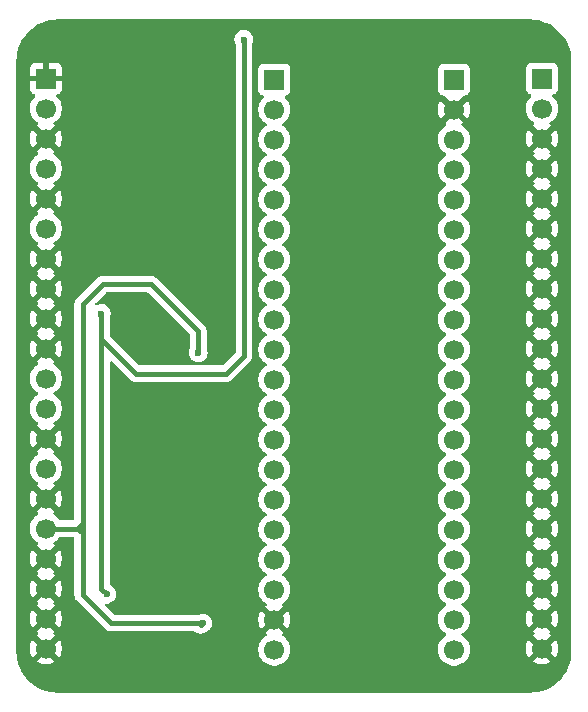
<source format=gbr>
%TF.GenerationSoftware,KiCad,Pcbnew,9.0.2*%
%TF.CreationDate,2025-06-04T20:07:21+07:00*%
%TF.ProjectId,Pneumatic,506e6575-6d61-4746-9963-2e6b69636164,rev?*%
%TF.SameCoordinates,Original*%
%TF.FileFunction,Copper,L2,Bot*%
%TF.FilePolarity,Positive*%
%FSLAX46Y46*%
G04 Gerber Fmt 4.6, Leading zero omitted, Abs format (unit mm)*
G04 Created by KiCad (PCBNEW 9.0.2) date 2025-06-04 20:07:21*
%MOMM*%
%LPD*%
G01*
G04 APERTURE LIST*
%TA.AperFunction,ComponentPad*%
%ADD10R,1.700000X1.700000*%
%TD*%
%TA.AperFunction,ComponentPad*%
%ADD11C,1.700000*%
%TD*%
%TA.AperFunction,ViaPad*%
%ADD12C,0.600000*%
%TD*%
%TA.AperFunction,Conductor*%
%ADD13C,0.400000*%
%TD*%
G04 APERTURE END LIST*
D10*
%TO.P,U1,1,5V*%
%TO.N,+5V*%
X130556000Y-69088000D03*
D11*
%TO.P,U1,2,3V3*%
%TO.N,unconnected-(U1-3V3-Pad2)*%
X115336000Y-117348000D03*
%TO.P,U1,3,5V*%
%TO.N,unconnected-(U1-5V-Pad3)*%
X115336000Y-112268000D03*
%TO.P,U1,4,3V3*%
%TO.N,unconnected-(U1-3V3-Pad4)*%
X130556000Y-74168000D03*
D10*
%TO.P,U1,5,PB12*%
%TO.N,unconnected-(U1-PB12-Pad5)*%
X115336000Y-69088000D03*
D11*
%TO.P,U1,6,PB13*%
%TO.N,unconnected-(U1-PB13-Pad6)*%
X115336000Y-71628000D03*
%TO.P,U1,7,PB14*%
%TO.N,unconnected-(U1-PB14-Pad7)*%
X115336000Y-74168000D03*
%TO.P,U1,8,PB15*%
%TO.N,unconnected-(U1-PB15-Pad8)*%
X115336000Y-76708000D03*
%TO.P,U1,9,PA8*%
%TO.N,unconnected-(U1-PA8-Pad9)*%
X115336000Y-79248000D03*
%TO.P,U1,10,PA9*%
%TO.N,/TX*%
X115336000Y-81788000D03*
%TO.P,U1,11,PA10*%
%TO.N,/RX*%
X115336000Y-84328000D03*
%TO.P,U1,12,PA11*%
%TO.N,unconnected-(U1-PA11-Pad12)*%
X115336000Y-86868000D03*
%TO.P,U1,13,PA12*%
%TO.N,unconnected-(U1-PA12-Pad13)*%
X115336000Y-89408000D03*
%TO.P,U1,14,PA15*%
%TO.N,unconnected-(U1-PA15-Pad14)*%
X115336000Y-91948000D03*
%TO.P,U1,15,PB3*%
%TO.N,/UPSHIFT*%
X115336000Y-94488000D03*
%TO.P,U1,16,PB4*%
%TO.N,/UP*%
X115336000Y-97028000D03*
%TO.P,U1,17,PB5*%
%TO.N,/Down*%
X115336000Y-99568000D03*
%TO.P,U1,18,PB6*%
%TO.N,/DOWNSHIFT*%
X115336000Y-102108000D03*
%TO.P,U1,19,PB7*%
%TO.N,unconnected-(U1-PB7-Pad19)*%
X115336000Y-104648000D03*
%TO.P,U1,20,PB8*%
%TO.N,unconnected-(U1-PB8-Pad20)*%
X115336000Y-107188000D03*
%TO.P,U1,21,PB9*%
%TO.N,unconnected-(U1-PB9-Pad21)*%
X115336000Y-109728000D03*
%TO.P,U1,22,PB10*%
%TO.N,unconnected-(U1-PB10-Pad22)*%
X130556000Y-76708000D03*
%TO.P,U1,23,PB2*%
%TO.N,unconnected-(U1-PB2-Pad23)*%
X130556000Y-79248000D03*
%TO.P,U1,24,PB1*%
%TO.N,unconnected-(U1-PB1-Pad24)*%
X130556000Y-81788000D03*
%TO.P,U1,25,PB0*%
%TO.N,unconnected-(U1-PB0-Pad25)*%
X130556000Y-84328000D03*
%TO.P,U1,26,PA7*%
%TO.N,unconnected-(U1-PA7-Pad26)*%
X130556000Y-86868000D03*
%TO.P,U1,27,PA6*%
%TO.N,unconnected-(U1-PA6-Pad27)*%
X130556000Y-89408000D03*
%TO.P,U1,28,PA5*%
%TO.N,unconnected-(U1-PA5-Pad28)*%
X130556000Y-91948000D03*
%TO.P,U1,29,PA4*%
%TO.N,unconnected-(U1-PA4-Pad29)*%
X130556000Y-94488000D03*
%TO.P,U1,30,PA3*%
%TO.N,unconnected-(U1-PA3-Pad30)*%
X130556000Y-97028000D03*
%TO.P,U1,31,PA2*%
%TO.N,unconnected-(U1-PA2-Pad31)*%
X130556000Y-99568000D03*
%TO.P,U1,32,PA1*%
%TO.N,GPOS*%
X130556000Y-102108000D03*
%TO.P,U1,33,PA0*%
%TO.N,unconnected-(U1-PA0-Pad33)*%
X130556000Y-104648000D03*
%TO.P,U1,34,R*%
%TO.N,unconnected-(U1-R-Pad34)*%
X130556000Y-107188000D03*
%TO.P,U1,35,PC15*%
%TO.N,unconnected-(U1-PC15-Pad35)*%
X130556000Y-109728000D03*
%TO.P,U1,36,PC14*%
%TO.N,unconnected-(U1-PC14-Pad36)*%
X130556000Y-112268000D03*
%TO.P,U1,37,PC13*%
%TO.N,unconnected-(U1-PC13-Pad37)*%
X130556000Y-114808000D03*
%TO.P,U1,38,VB*%
%TO.N,unconnected-(U1-VB-Pad38)*%
X130556000Y-117348000D03*
%TO.P,U1,39,GND*%
%TO.N,GND*%
X115336000Y-114808000D03*
%TO.P,U1,40,GND*%
X130556000Y-71628000D03*
%TD*%
D10*
%TO.P,J2,1,Pin_1*%
%TO.N,+5V*%
X138000000Y-69000000D03*
D11*
%TO.P,J2,2,Pin_2*%
%TO.N,GPOS*%
X138000000Y-71540000D03*
%TO.P,J2,3,Pin_3*%
%TO.N,GND*%
X138000000Y-74080000D03*
%TO.P,J2,4,Pin_4*%
X138000000Y-76620000D03*
%TO.P,J2,5,Pin_5*%
X138000000Y-79160000D03*
%TO.P,J2,6,Pin_6*%
X138000000Y-81700000D03*
%TO.P,J2,7,Pin_7*%
X138000000Y-84240000D03*
%TO.P,J2,8,Pin_8*%
X138000000Y-86780000D03*
%TO.P,J2,9,Pin_9*%
X138000000Y-89320000D03*
%TO.P,J2,10,Pin_10*%
X138000000Y-91860000D03*
%TO.P,J2,11,Pin_11*%
X138000000Y-94400000D03*
%TO.P,J2,12,Pin_12*%
X138000000Y-96940000D03*
%TO.P,J2,13,Pin_13*%
X138000000Y-99480000D03*
%TO.P,J2,14,Pin_14*%
X138000000Y-102020000D03*
%TO.P,J2,15,Pin_15*%
X138000000Y-104560000D03*
%TO.P,J2,16,Pin_16*%
X138000000Y-107100000D03*
%TO.P,J2,17,Pin_17*%
X138000000Y-109640000D03*
%TO.P,J2,18,Pin_18*%
X138000000Y-112180000D03*
%TO.P,J2,19,Pin_19*%
X138000000Y-114720000D03*
%TO.P,J2,20,Pin_20*%
X138000000Y-117260000D03*
%TD*%
D10*
%TO.P,J1,1,Pin_1*%
%TO.N,GND*%
X96000000Y-69000000D03*
D11*
%TO.P,J1,2,Pin_2*%
%TO.N,/TX*%
X96000000Y-71540000D03*
%TO.P,J1,3,Pin_3*%
%TO.N,GND*%
X96000000Y-74080000D03*
%TO.P,J1,4,Pin_4*%
%TO.N,/RX*%
X96000000Y-76620000D03*
%TO.P,J1,5,Pin_5*%
%TO.N,GND*%
X96000000Y-79160000D03*
%TO.P,J1,6,Pin_6*%
%TO.N,/Pneumatic_UP*%
X96000000Y-81700000D03*
%TO.P,J1,7,Pin_7*%
%TO.N,GND*%
X96000000Y-84240000D03*
%TO.P,J1,8,Pin_8*%
X96000000Y-86780000D03*
%TO.P,J1,9,Pin_9*%
X96000000Y-89320000D03*
%TO.P,J1,10,Pin_10*%
X96000000Y-91860000D03*
%TO.P,J1,11,Pin_11*%
%TO.N,/UP*%
X96000000Y-94400000D03*
%TO.P,J1,12,Pin_12*%
%TO.N,/Down*%
X96000000Y-96940000D03*
%TO.P,J1,13,Pin_13*%
%TO.N,GND*%
X96000000Y-99480000D03*
%TO.P,J1,14,Pin_14*%
%TO.N,/Pneumatic_DOWN*%
X96000000Y-102020000D03*
%TO.P,J1,15,Pin_15*%
%TO.N,GND*%
X96000000Y-104560000D03*
%TO.P,J1,16,Pin_16*%
%TO.N,+12V*%
X96000000Y-107100000D03*
%TO.P,J1,17,Pin_17*%
%TO.N,GND*%
X96000000Y-109640000D03*
%TO.P,J1,18,Pin_18*%
X96000000Y-112180000D03*
%TO.P,J1,19,Pin_19*%
X96000000Y-114720000D03*
%TO.P,J1,20,Pin_20*%
X96000000Y-117260000D03*
%TD*%
D12*
%TO.N,+12V*%
X109300000Y-115100000D03*
X108900000Y-92200000D03*
%TO.N,GND*%
X109500000Y-102900000D03*
X107000000Y-111000000D03*
X109500000Y-102000000D03*
X105664000Y-72644000D03*
X102847581Y-72618292D03*
X101927442Y-72618292D03*
X104400000Y-83200000D03*
X102500000Y-117000000D03*
X109895010Y-89677348D03*
X104100000Y-106600000D03*
X109895010Y-91877348D03*
X103735434Y-72602149D03*
X111252000Y-78740000D03*
X109895010Y-90777348D03*
X104100000Y-117000000D03*
X107696000Y-73152000D03*
X104648000Y-72600000D03*
X111252000Y-80772000D03*
X104100000Y-107300000D03*
X111252000Y-79756000D03*
X100958875Y-72602149D03*
X104100000Y-108000000D03*
X104800000Y-107300000D03*
X104500000Y-87600000D03*
X104800000Y-108000000D03*
X103700000Y-84600000D03*
X109900000Y-87600000D03*
X104400000Y-84600000D03*
X103300000Y-117000000D03*
X106000000Y-111000000D03*
X104100000Y-108700000D03*
X109500000Y-101100000D03*
X105100000Y-83200000D03*
X109900000Y-86500000D03*
X108700000Y-102900000D03*
X104800000Y-106600000D03*
X106200000Y-106600000D03*
X104800000Y-108700000D03*
X107300000Y-87200000D03*
X104400000Y-83900000D03*
X108000000Y-111000000D03*
X105500000Y-106600000D03*
X108700000Y-102000000D03*
X103700000Y-83200000D03*
X109728000Y-75184000D03*
X101700000Y-117700000D03*
X101700000Y-117000000D03*
X108700000Y-100300000D03*
X109900000Y-88700000D03*
X108700000Y-101100000D03*
X103700000Y-83900000D03*
X106680000Y-72644000D03*
X108712000Y-74168000D03*
X109500000Y-100300000D03*
X110744000Y-76200000D03*
%TO.N,+5V*%
X100700000Y-88900000D03*
X112750000Y-65700000D03*
X101150000Y-112650000D03*
%TD*%
D13*
%TO.N,+12V*%
X99100000Y-107500000D02*
X99100000Y-112700000D01*
X104900000Y-86400000D02*
X108900000Y-90400000D01*
X99100000Y-88100000D02*
X100800000Y-86400000D01*
X100800000Y-86400000D02*
X104900000Y-86400000D01*
X99100000Y-107100000D02*
X99100000Y-106600000D01*
X99100000Y-106600000D02*
X99100000Y-88100000D01*
X96000000Y-107100000D02*
X98600000Y-107100000D01*
X98600000Y-107100000D02*
X98700000Y-107100000D01*
X99100000Y-107100000D02*
X99100000Y-107500000D01*
X98700000Y-107100000D02*
X99100000Y-107500000D01*
X101500000Y-115100000D02*
X109300000Y-115100000D01*
X98600000Y-107100000D02*
X99100000Y-106600000D01*
X99100000Y-112700000D02*
X101500000Y-115100000D01*
X109100000Y-115300000D02*
X109300000Y-115100000D01*
X108900000Y-90400000D02*
X108900000Y-92200000D01*
X98600000Y-107100000D02*
X99100000Y-107100000D01*
%TO.N,+5V*%
X103632000Y-93980000D02*
X111252000Y-93980000D01*
X111252000Y-93980000D02*
X112776000Y-92456000D01*
X100700000Y-112200000D02*
X101150000Y-112650000D01*
X100700000Y-88900000D02*
X100700000Y-112200000D01*
X100700000Y-88900000D02*
X100700000Y-91048000D01*
X100700000Y-91048000D02*
X103632000Y-93980000D01*
X112776000Y-65726000D02*
X112750000Y-65700000D01*
X112776000Y-92456000D02*
X112776000Y-65726000D01*
%TD*%
%TA.AperFunction,Conductor*%
%TO.N,GND*%
G36*
X137003032Y-64000648D02*
G01*
X137336929Y-64017052D01*
X137349037Y-64018245D01*
X137452146Y-64033539D01*
X137676699Y-64066849D01*
X137688617Y-64069219D01*
X138009951Y-64149709D01*
X138021588Y-64153240D01*
X138092806Y-64178722D01*
X138333467Y-64264832D01*
X138344688Y-64269479D01*
X138644163Y-64411120D01*
X138654871Y-64416844D01*
X138938988Y-64587137D01*
X138949106Y-64593897D01*
X139215170Y-64791224D01*
X139224576Y-64798944D01*
X139470013Y-65021395D01*
X139478604Y-65029986D01*
X139623367Y-65189707D01*
X139701055Y-65275423D01*
X139708775Y-65284829D01*
X139906102Y-65550893D01*
X139912862Y-65561011D01*
X140041776Y-65776092D01*
X140083148Y-65845116D01*
X140088883Y-65855844D01*
X140186645Y-66062545D01*
X140230514Y-66155297D01*
X140235170Y-66166540D01*
X140346759Y-66478411D01*
X140350292Y-66490055D01*
X140430777Y-66811369D01*
X140433151Y-66823305D01*
X140481754Y-67150962D01*
X140482947Y-67163071D01*
X140499351Y-67496966D01*
X140499500Y-67503051D01*
X140499500Y-117496948D01*
X140499351Y-117503033D01*
X140482947Y-117836928D01*
X140481754Y-117849037D01*
X140433151Y-118176694D01*
X140430777Y-118188630D01*
X140350292Y-118509944D01*
X140346759Y-118521588D01*
X140235170Y-118833459D01*
X140230514Y-118844702D01*
X140088885Y-119144151D01*
X140083148Y-119154883D01*
X139912862Y-119438988D01*
X139906102Y-119449106D01*
X139708775Y-119715170D01*
X139701055Y-119724576D01*
X139478611Y-119970006D01*
X139470006Y-119978611D01*
X139224576Y-120201055D01*
X139215170Y-120208775D01*
X138949106Y-120406102D01*
X138938988Y-120412862D01*
X138654883Y-120583148D01*
X138644151Y-120588885D01*
X138344702Y-120730514D01*
X138333459Y-120735170D01*
X138021588Y-120846759D01*
X138009944Y-120850292D01*
X137688630Y-120930777D01*
X137676694Y-120933151D01*
X137349037Y-120981754D01*
X137336928Y-120982947D01*
X137021989Y-120998419D01*
X137003031Y-120999351D01*
X136996949Y-120999500D01*
X97003051Y-120999500D01*
X96996968Y-120999351D01*
X96976900Y-120998365D01*
X96663071Y-120982947D01*
X96650962Y-120981754D01*
X96323305Y-120933151D01*
X96311369Y-120930777D01*
X95990055Y-120850292D01*
X95978411Y-120846759D01*
X95666540Y-120735170D01*
X95655301Y-120730515D01*
X95355844Y-120588883D01*
X95345121Y-120583150D01*
X95061011Y-120412862D01*
X95050893Y-120406102D01*
X94784829Y-120208775D01*
X94775423Y-120201055D01*
X94736475Y-120165755D01*
X94529986Y-119978604D01*
X94521395Y-119970013D01*
X94298944Y-119724576D01*
X94291224Y-119715170D01*
X94093897Y-119449106D01*
X94087137Y-119438988D01*
X93916844Y-119154871D01*
X93911120Y-119144163D01*
X93769479Y-118844688D01*
X93764829Y-118833459D01*
X93653240Y-118521588D01*
X93649707Y-118509944D01*
X93569220Y-118188621D01*
X93566848Y-118176694D01*
X93543859Y-118021717D01*
X93518245Y-117849037D01*
X93517052Y-117836927D01*
X93508568Y-117664239D01*
X93500649Y-117503032D01*
X93500500Y-117496948D01*
X93500500Y-71433713D01*
X94649500Y-71433713D01*
X94649500Y-71646287D01*
X94682754Y-71856243D01*
X94723470Y-71981554D01*
X94748444Y-72058414D01*
X94844951Y-72247820D01*
X94969890Y-72419786D01*
X95120213Y-72570109D01*
X95292179Y-72695048D01*
X95292181Y-72695049D01*
X95292184Y-72695051D01*
X95301493Y-72699794D01*
X95352290Y-72747766D01*
X95369087Y-72815587D01*
X95346552Y-72881722D01*
X95301505Y-72920760D01*
X95292446Y-72925376D01*
X95292440Y-72925380D01*
X95238282Y-72964727D01*
X95238282Y-72964728D01*
X95870591Y-73597037D01*
X95807007Y-73614075D01*
X95692993Y-73679901D01*
X95599901Y-73772993D01*
X95534075Y-73887007D01*
X95517037Y-73950591D01*
X94884728Y-73318282D01*
X94884727Y-73318282D01*
X94845380Y-73372439D01*
X94748904Y-73561782D01*
X94683242Y-73763869D01*
X94683242Y-73763872D01*
X94650000Y-73973753D01*
X94650000Y-74186246D01*
X94683242Y-74396127D01*
X94683242Y-74396130D01*
X94748904Y-74598217D01*
X94845375Y-74787550D01*
X94884728Y-74841716D01*
X95517037Y-74209408D01*
X95534075Y-74272993D01*
X95599901Y-74387007D01*
X95692993Y-74480099D01*
X95807007Y-74545925D01*
X95870590Y-74562962D01*
X95238282Y-75195269D01*
X95238282Y-75195270D01*
X95292452Y-75234626D01*
X95292451Y-75234626D01*
X95301495Y-75239234D01*
X95352292Y-75287208D01*
X95369087Y-75355029D01*
X95346550Y-75421164D01*
X95301499Y-75460202D01*
X95292182Y-75464949D01*
X95120213Y-75589890D01*
X94969890Y-75740213D01*
X94844951Y-75912179D01*
X94748444Y-76101585D01*
X94682753Y-76303760D01*
X94649500Y-76513713D01*
X94649500Y-76726286D01*
X94682753Y-76936239D01*
X94748444Y-77138414D01*
X94844951Y-77327820D01*
X94969890Y-77499786D01*
X95120213Y-77650109D01*
X95292179Y-77775048D01*
X95292181Y-77775049D01*
X95292184Y-77775051D01*
X95301493Y-77779794D01*
X95352290Y-77827766D01*
X95369087Y-77895587D01*
X95346552Y-77961722D01*
X95301505Y-78000760D01*
X95292446Y-78005376D01*
X95292440Y-78005380D01*
X95238282Y-78044727D01*
X95238282Y-78044728D01*
X95870591Y-78677037D01*
X95807007Y-78694075D01*
X95692993Y-78759901D01*
X95599901Y-78852993D01*
X95534075Y-78967007D01*
X95517037Y-79030591D01*
X94884728Y-78398282D01*
X94884727Y-78398282D01*
X94845380Y-78452439D01*
X94748904Y-78641782D01*
X94683242Y-78843869D01*
X94683242Y-78843872D01*
X94650000Y-79053753D01*
X94650000Y-79266246D01*
X94683242Y-79476127D01*
X94683242Y-79476130D01*
X94748904Y-79678217D01*
X94845375Y-79867550D01*
X94884728Y-79921716D01*
X95517037Y-79289408D01*
X95534075Y-79352993D01*
X95599901Y-79467007D01*
X95692993Y-79560099D01*
X95807007Y-79625925D01*
X95870590Y-79642962D01*
X95238282Y-80275269D01*
X95238282Y-80275270D01*
X95292452Y-80314626D01*
X95292451Y-80314626D01*
X95301495Y-80319234D01*
X95352292Y-80367208D01*
X95369087Y-80435029D01*
X95346550Y-80501164D01*
X95301499Y-80540202D01*
X95292182Y-80544949D01*
X95120213Y-80669890D01*
X94969890Y-80820213D01*
X94844951Y-80992179D01*
X94748444Y-81181585D01*
X94682753Y-81383760D01*
X94649500Y-81593713D01*
X94649500Y-81806286D01*
X94682753Y-82016239D01*
X94748444Y-82218414D01*
X94844951Y-82407820D01*
X94969890Y-82579786D01*
X95120213Y-82730109D01*
X95292179Y-82855048D01*
X95292181Y-82855049D01*
X95292184Y-82855051D01*
X95301493Y-82859794D01*
X95352290Y-82907766D01*
X95369087Y-82975587D01*
X95346552Y-83041722D01*
X95301505Y-83080760D01*
X95292446Y-83085376D01*
X95292440Y-83085380D01*
X95238282Y-83124727D01*
X95238282Y-83124728D01*
X95870591Y-83757037D01*
X95807007Y-83774075D01*
X95692993Y-83839901D01*
X95599901Y-83932993D01*
X95534075Y-84047007D01*
X95517037Y-84110591D01*
X94884728Y-83478282D01*
X94884727Y-83478282D01*
X94845380Y-83532439D01*
X94748904Y-83721782D01*
X94683242Y-83923869D01*
X94683242Y-83923872D01*
X94650000Y-84133753D01*
X94650000Y-84346246D01*
X94683242Y-84556127D01*
X94683242Y-84556130D01*
X94748904Y-84758217D01*
X94845375Y-84947550D01*
X94884728Y-85001716D01*
X95517037Y-84369408D01*
X95534075Y-84432993D01*
X95599901Y-84547007D01*
X95692993Y-84640099D01*
X95807007Y-84705925D01*
X95870591Y-84722962D01*
X95269971Y-85323581D01*
X95348711Y-85440895D01*
X95349920Y-85444729D01*
X95352844Y-85447491D01*
X95360343Y-85477778D01*
X95369727Y-85507529D01*
X95368671Y-85511408D01*
X95369638Y-85515312D01*
X95359573Y-85544844D01*
X95351383Y-85574947D01*
X95348397Y-85577640D01*
X95347100Y-85581447D01*
X95302051Y-85620483D01*
X95292440Y-85625380D01*
X95238282Y-85664727D01*
X95238282Y-85664728D01*
X95870591Y-86297037D01*
X95807007Y-86314075D01*
X95692993Y-86379901D01*
X95599901Y-86472993D01*
X95534075Y-86587007D01*
X95517037Y-86650591D01*
X94884728Y-86018282D01*
X94884727Y-86018282D01*
X94845380Y-86072439D01*
X94748904Y-86261782D01*
X94683242Y-86463869D01*
X94683242Y-86463872D01*
X94650000Y-86673753D01*
X94650000Y-86886246D01*
X94683242Y-87096127D01*
X94683242Y-87096130D01*
X94748904Y-87298217D01*
X94845375Y-87487550D01*
X94884728Y-87541716D01*
X95517037Y-86909408D01*
X95534075Y-86972993D01*
X95599901Y-87087007D01*
X95692993Y-87180099D01*
X95807007Y-87245925D01*
X95870591Y-87262962D01*
X95269971Y-87863581D01*
X95348711Y-87980895D01*
X95349920Y-87984729D01*
X95352844Y-87987491D01*
X95360343Y-88017778D01*
X95369727Y-88047529D01*
X95368671Y-88051408D01*
X95369638Y-88055312D01*
X95359573Y-88084844D01*
X95351383Y-88114947D01*
X95348397Y-88117640D01*
X95347100Y-88121447D01*
X95302051Y-88160483D01*
X95292440Y-88165380D01*
X95238282Y-88204727D01*
X95238282Y-88204728D01*
X95870591Y-88837037D01*
X95807007Y-88854075D01*
X95692993Y-88919901D01*
X95599901Y-89012993D01*
X95534075Y-89127007D01*
X95517037Y-89190591D01*
X94884728Y-88558282D01*
X94884727Y-88558282D01*
X94845380Y-88612439D01*
X94748904Y-88801782D01*
X94683242Y-89003869D01*
X94683242Y-89003872D01*
X94650000Y-89213753D01*
X94650000Y-89426246D01*
X94683242Y-89636127D01*
X94683242Y-89636130D01*
X94748904Y-89838217D01*
X94845375Y-90027550D01*
X94884728Y-90081716D01*
X95517037Y-89449408D01*
X95534075Y-89512993D01*
X95599901Y-89627007D01*
X95692993Y-89720099D01*
X95807007Y-89785925D01*
X95870591Y-89802962D01*
X95269971Y-90403581D01*
X95348711Y-90520895D01*
X95349920Y-90524729D01*
X95352844Y-90527491D01*
X95360343Y-90557778D01*
X95369727Y-90587529D01*
X95368671Y-90591408D01*
X95369638Y-90595312D01*
X95359573Y-90624844D01*
X95351383Y-90654947D01*
X95348397Y-90657640D01*
X95347100Y-90661447D01*
X95302051Y-90700483D01*
X95292440Y-90705380D01*
X95238282Y-90744727D01*
X95238282Y-90744728D01*
X95870591Y-91377037D01*
X95807007Y-91394075D01*
X95692993Y-91459901D01*
X95599901Y-91552993D01*
X95534075Y-91667007D01*
X95517037Y-91730591D01*
X94884728Y-91098282D01*
X94884727Y-91098282D01*
X94845380Y-91152439D01*
X94748904Y-91341782D01*
X94683242Y-91543869D01*
X94683242Y-91543872D01*
X94650000Y-91753753D01*
X94650000Y-91966246D01*
X94683242Y-92176127D01*
X94683242Y-92176130D01*
X94748904Y-92378217D01*
X94845375Y-92567550D01*
X94884728Y-92621716D01*
X95517037Y-91989408D01*
X95534075Y-92052993D01*
X95599901Y-92167007D01*
X95692993Y-92260099D01*
X95807007Y-92325925D01*
X95870590Y-92342962D01*
X95238282Y-92975269D01*
X95238282Y-92975270D01*
X95292452Y-93014626D01*
X95292451Y-93014626D01*
X95301495Y-93019234D01*
X95352292Y-93067208D01*
X95369087Y-93135029D01*
X95346550Y-93201164D01*
X95301499Y-93240202D01*
X95292182Y-93244949D01*
X95120213Y-93369890D01*
X94969890Y-93520213D01*
X94844951Y-93692179D01*
X94748444Y-93881585D01*
X94682753Y-94083760D01*
X94649500Y-94293713D01*
X94649500Y-94506286D01*
X94682753Y-94716239D01*
X94748444Y-94918414D01*
X94844951Y-95107820D01*
X94969890Y-95279786D01*
X95120213Y-95430109D01*
X95292182Y-95555050D01*
X95300946Y-95559516D01*
X95351742Y-95607491D01*
X95368536Y-95675312D01*
X95345998Y-95741447D01*
X95300946Y-95780484D01*
X95292182Y-95784949D01*
X95120213Y-95909890D01*
X94969890Y-96060213D01*
X94844951Y-96232179D01*
X94748444Y-96421585D01*
X94682753Y-96623760D01*
X94649500Y-96833713D01*
X94649500Y-97046286D01*
X94682753Y-97256239D01*
X94748444Y-97458414D01*
X94844951Y-97647820D01*
X94969890Y-97819786D01*
X95120213Y-97970109D01*
X95292179Y-98095048D01*
X95292181Y-98095049D01*
X95292184Y-98095051D01*
X95301493Y-98099794D01*
X95352290Y-98147766D01*
X95369087Y-98215587D01*
X95346552Y-98281722D01*
X95301505Y-98320760D01*
X95292446Y-98325376D01*
X95292440Y-98325380D01*
X95238282Y-98364727D01*
X95238282Y-98364728D01*
X95870591Y-98997037D01*
X95807007Y-99014075D01*
X95692993Y-99079901D01*
X95599901Y-99172993D01*
X95534075Y-99287007D01*
X95517037Y-99350591D01*
X94884728Y-98718282D01*
X94884727Y-98718282D01*
X94845380Y-98772439D01*
X94748904Y-98961782D01*
X94683242Y-99163869D01*
X94683242Y-99163872D01*
X94650000Y-99373753D01*
X94650000Y-99586246D01*
X94683242Y-99796127D01*
X94683242Y-99796130D01*
X94748904Y-99998217D01*
X94845375Y-100187550D01*
X94884728Y-100241716D01*
X95517037Y-99609408D01*
X95534075Y-99672993D01*
X95599901Y-99787007D01*
X95692993Y-99880099D01*
X95807007Y-99945925D01*
X95870590Y-99962962D01*
X95238282Y-100595269D01*
X95238282Y-100595270D01*
X95292452Y-100634626D01*
X95292451Y-100634626D01*
X95301495Y-100639234D01*
X95352292Y-100687208D01*
X95369087Y-100755029D01*
X95346550Y-100821164D01*
X95301499Y-100860202D01*
X95292182Y-100864949D01*
X95120213Y-100989890D01*
X94969890Y-101140213D01*
X94844951Y-101312179D01*
X94748444Y-101501585D01*
X94682753Y-101703760D01*
X94649500Y-101913713D01*
X94649500Y-102126286D01*
X94682753Y-102336239D01*
X94748444Y-102538414D01*
X94844951Y-102727820D01*
X94969890Y-102899786D01*
X95120213Y-103050109D01*
X95292179Y-103175048D01*
X95292181Y-103175049D01*
X95292184Y-103175051D01*
X95301493Y-103179794D01*
X95352290Y-103227766D01*
X95369087Y-103295587D01*
X95346552Y-103361722D01*
X95301505Y-103400760D01*
X95292446Y-103405376D01*
X95292440Y-103405380D01*
X95238282Y-103444727D01*
X95238282Y-103444728D01*
X95870591Y-104077037D01*
X95807007Y-104094075D01*
X95692993Y-104159901D01*
X95599901Y-104252993D01*
X95534075Y-104367007D01*
X95517037Y-104430591D01*
X94884728Y-103798282D01*
X94884727Y-103798282D01*
X94845380Y-103852439D01*
X94748904Y-104041782D01*
X94683242Y-104243869D01*
X94683242Y-104243872D01*
X94650000Y-104453753D01*
X94650000Y-104666246D01*
X94683242Y-104876127D01*
X94683242Y-104876130D01*
X94748904Y-105078217D01*
X94845375Y-105267550D01*
X94884728Y-105321716D01*
X95517037Y-104689408D01*
X95534075Y-104752993D01*
X95599901Y-104867007D01*
X95692993Y-104960099D01*
X95807007Y-105025925D01*
X95870590Y-105042962D01*
X95238282Y-105675269D01*
X95238282Y-105675270D01*
X95292452Y-105714626D01*
X95292451Y-105714626D01*
X95301495Y-105719234D01*
X95352292Y-105767208D01*
X95369087Y-105835029D01*
X95346550Y-105901164D01*
X95301499Y-105940202D01*
X95292182Y-105944949D01*
X95120213Y-106069890D01*
X94969890Y-106220213D01*
X94844951Y-106392179D01*
X94748444Y-106581585D01*
X94682753Y-106783760D01*
X94649500Y-106993713D01*
X94649500Y-107206286D01*
X94682753Y-107416239D01*
X94748444Y-107618414D01*
X94844951Y-107807820D01*
X94969890Y-107979786D01*
X95120213Y-108130109D01*
X95292179Y-108255048D01*
X95292181Y-108255049D01*
X95292184Y-108255051D01*
X95301493Y-108259794D01*
X95352290Y-108307766D01*
X95369087Y-108375587D01*
X95346552Y-108441722D01*
X95301505Y-108480760D01*
X95292446Y-108485376D01*
X95292440Y-108485380D01*
X95238282Y-108524727D01*
X95238282Y-108524728D01*
X95870591Y-109157037D01*
X95807007Y-109174075D01*
X95692993Y-109239901D01*
X95599901Y-109332993D01*
X95534075Y-109447007D01*
X95517037Y-109510591D01*
X94884728Y-108878282D01*
X94884727Y-108878282D01*
X94845380Y-108932439D01*
X94748904Y-109121782D01*
X94683242Y-109323869D01*
X94683242Y-109323872D01*
X94650000Y-109533753D01*
X94650000Y-109746246D01*
X94683242Y-109956127D01*
X94683242Y-109956130D01*
X94748904Y-110158217D01*
X94845375Y-110347550D01*
X94884728Y-110401716D01*
X95517037Y-109769408D01*
X95534075Y-109832993D01*
X95599901Y-109947007D01*
X95692993Y-110040099D01*
X95807007Y-110105925D01*
X95870591Y-110122962D01*
X95269971Y-110723581D01*
X95348711Y-110840895D01*
X95349920Y-110844729D01*
X95352844Y-110847491D01*
X95360343Y-110877778D01*
X95369727Y-110907529D01*
X95368671Y-110911408D01*
X95369638Y-110915312D01*
X95359573Y-110944844D01*
X95351383Y-110974947D01*
X95348397Y-110977640D01*
X95347100Y-110981447D01*
X95302051Y-111020483D01*
X95292440Y-111025380D01*
X95238282Y-111064727D01*
X95238282Y-111064728D01*
X95870591Y-111697037D01*
X95807007Y-111714075D01*
X95692993Y-111779901D01*
X95599901Y-111872993D01*
X95534075Y-111987007D01*
X95517037Y-112050591D01*
X94884728Y-111418282D01*
X94884727Y-111418282D01*
X94845380Y-111472439D01*
X94748904Y-111661782D01*
X94683242Y-111863869D01*
X94683242Y-111863872D01*
X94650000Y-112073753D01*
X94650000Y-112286246D01*
X94683242Y-112496127D01*
X94683242Y-112496130D01*
X94748904Y-112698217D01*
X94845375Y-112887550D01*
X94884728Y-112941716D01*
X95517037Y-112309408D01*
X95534075Y-112372993D01*
X95599901Y-112487007D01*
X95692993Y-112580099D01*
X95807007Y-112645925D01*
X95870591Y-112662962D01*
X95269971Y-113263581D01*
X95348711Y-113380895D01*
X95349920Y-113384729D01*
X95352844Y-113387491D01*
X95360343Y-113417778D01*
X95369727Y-113447529D01*
X95368671Y-113451408D01*
X95369638Y-113455312D01*
X95359573Y-113484844D01*
X95351383Y-113514947D01*
X95348397Y-113517640D01*
X95347100Y-113521447D01*
X95302051Y-113560483D01*
X95292440Y-113565380D01*
X95238282Y-113604727D01*
X95238282Y-113604728D01*
X95870591Y-114237037D01*
X95807007Y-114254075D01*
X95692993Y-114319901D01*
X95599901Y-114412993D01*
X95534075Y-114527007D01*
X95517037Y-114590591D01*
X94884728Y-113958282D01*
X94884727Y-113958282D01*
X94845380Y-114012439D01*
X94748904Y-114201782D01*
X94683242Y-114403869D01*
X94683242Y-114403872D01*
X94650000Y-114613753D01*
X94650000Y-114826246D01*
X94683242Y-115036127D01*
X94683242Y-115036130D01*
X94748904Y-115238217D01*
X94845375Y-115427550D01*
X94884728Y-115481716D01*
X95517037Y-114849408D01*
X95534075Y-114912993D01*
X95599901Y-115027007D01*
X95692993Y-115120099D01*
X95807007Y-115185925D01*
X95870591Y-115202962D01*
X95269971Y-115803581D01*
X95348711Y-115920895D01*
X95349920Y-115924729D01*
X95352844Y-115927491D01*
X95360343Y-115957778D01*
X95369727Y-115987529D01*
X95368671Y-115991408D01*
X95369638Y-115995312D01*
X95359573Y-116024844D01*
X95351383Y-116054947D01*
X95348397Y-116057640D01*
X95347100Y-116061447D01*
X95302051Y-116100483D01*
X95292440Y-116105380D01*
X95238282Y-116144727D01*
X95238282Y-116144728D01*
X95870591Y-116777037D01*
X95807007Y-116794075D01*
X95692993Y-116859901D01*
X95599901Y-116952993D01*
X95534075Y-117067007D01*
X95517037Y-117130591D01*
X94884728Y-116498282D01*
X94884727Y-116498282D01*
X94845380Y-116552439D01*
X94748904Y-116741782D01*
X94683242Y-116943869D01*
X94683242Y-116943872D01*
X94650000Y-117153753D01*
X94650000Y-117366246D01*
X94683242Y-117576127D01*
X94683242Y-117576130D01*
X94748904Y-117778217D01*
X94845375Y-117967550D01*
X94884728Y-118021716D01*
X95517037Y-117389408D01*
X95534075Y-117452993D01*
X95599901Y-117567007D01*
X95692993Y-117660099D01*
X95807007Y-117725925D01*
X95870590Y-117742962D01*
X95238282Y-118375269D01*
X95238282Y-118375270D01*
X95292449Y-118414624D01*
X95481782Y-118511095D01*
X95683870Y-118576757D01*
X95893754Y-118610000D01*
X96106246Y-118610000D01*
X96316127Y-118576757D01*
X96316130Y-118576757D01*
X96518217Y-118511095D01*
X96707554Y-118414622D01*
X96761716Y-118375270D01*
X96761717Y-118375270D01*
X96129408Y-117742962D01*
X96192993Y-117725925D01*
X96307007Y-117660099D01*
X96400099Y-117567007D01*
X96465925Y-117452993D01*
X96482962Y-117389409D01*
X97115270Y-118021717D01*
X97115270Y-118021716D01*
X97154622Y-117967554D01*
X97251095Y-117778217D01*
X97316757Y-117576130D01*
X97316757Y-117576127D01*
X97350000Y-117366246D01*
X97350000Y-117153753D01*
X97316757Y-116943872D01*
X97316757Y-116943869D01*
X97251095Y-116741782D01*
X97154624Y-116552449D01*
X97115270Y-116498282D01*
X97115269Y-116498282D01*
X96482962Y-117130590D01*
X96465925Y-117067007D01*
X96400099Y-116952993D01*
X96307007Y-116859901D01*
X96192993Y-116794075D01*
X96129409Y-116777037D01*
X96761716Y-116144728D01*
X96707550Y-116105375D01*
X96697954Y-116100486D01*
X96647157Y-116052512D01*
X96630361Y-115984692D01*
X96652897Y-115918556D01*
X96697954Y-115879514D01*
X96707554Y-115874622D01*
X96761716Y-115835270D01*
X96761717Y-115835270D01*
X96129408Y-115202962D01*
X96192993Y-115185925D01*
X96307007Y-115120099D01*
X96400099Y-115027007D01*
X96465925Y-114912993D01*
X96482962Y-114849409D01*
X97115270Y-115481717D01*
X97115270Y-115481716D01*
X97154622Y-115427554D01*
X97251095Y-115238217D01*
X97316757Y-115036130D01*
X97316757Y-115036127D01*
X97350000Y-114826246D01*
X97350000Y-114613753D01*
X97316757Y-114403872D01*
X97316757Y-114403869D01*
X97251095Y-114201782D01*
X97154624Y-114012449D01*
X97115270Y-113958282D01*
X97115269Y-113958282D01*
X96482962Y-114590590D01*
X96465925Y-114527007D01*
X96400099Y-114412993D01*
X96307007Y-114319901D01*
X96192993Y-114254075D01*
X96129409Y-114237037D01*
X96761716Y-113604728D01*
X96707550Y-113565375D01*
X96697954Y-113560486D01*
X96647157Y-113512512D01*
X96630361Y-113444692D01*
X96652897Y-113378556D01*
X96697954Y-113339514D01*
X96707554Y-113334622D01*
X96761716Y-113295270D01*
X96761717Y-113295270D01*
X96129408Y-112662962D01*
X96192993Y-112645925D01*
X96307007Y-112580099D01*
X96400099Y-112487007D01*
X96465925Y-112372993D01*
X96482962Y-112309409D01*
X97115270Y-112941717D01*
X97115270Y-112941716D01*
X97154622Y-112887554D01*
X97251095Y-112698217D01*
X97316757Y-112496130D01*
X97316757Y-112496127D01*
X97350000Y-112286246D01*
X97350000Y-112073753D01*
X97316757Y-111863872D01*
X97316757Y-111863869D01*
X97251095Y-111661782D01*
X97154624Y-111472449D01*
X97115270Y-111418282D01*
X97115269Y-111418282D01*
X96482962Y-112050590D01*
X96465925Y-111987007D01*
X96400099Y-111872993D01*
X96307007Y-111779901D01*
X96192993Y-111714075D01*
X96129409Y-111697037D01*
X96761716Y-111064728D01*
X96707550Y-111025375D01*
X96697954Y-111020486D01*
X96647157Y-110972512D01*
X96630361Y-110904692D01*
X96652897Y-110838556D01*
X96697954Y-110799514D01*
X96707554Y-110794622D01*
X96761716Y-110755270D01*
X96761717Y-110755270D01*
X96129408Y-110122962D01*
X96192993Y-110105925D01*
X96307007Y-110040099D01*
X96400099Y-109947007D01*
X96465925Y-109832993D01*
X96482962Y-109769409D01*
X97115270Y-110401717D01*
X97115270Y-110401716D01*
X97154622Y-110347554D01*
X97251095Y-110158217D01*
X97316757Y-109956130D01*
X97316757Y-109956127D01*
X97350000Y-109746246D01*
X97350000Y-109533753D01*
X97316757Y-109323872D01*
X97316757Y-109323869D01*
X97251095Y-109121782D01*
X97154624Y-108932449D01*
X97115270Y-108878282D01*
X97115269Y-108878282D01*
X96482962Y-109510590D01*
X96465925Y-109447007D01*
X96400099Y-109332993D01*
X96307007Y-109239901D01*
X96192993Y-109174075D01*
X96129409Y-109157037D01*
X96761716Y-108524728D01*
X96707547Y-108485373D01*
X96707547Y-108485372D01*
X96698500Y-108480763D01*
X96647706Y-108432788D01*
X96630912Y-108364966D01*
X96653451Y-108298832D01*
X96698508Y-108259793D01*
X96707816Y-108255051D01*
X96806187Y-108183581D01*
X96879786Y-108130109D01*
X96879788Y-108130106D01*
X96879792Y-108130104D01*
X97030104Y-107979792D01*
X97123229Y-107851614D01*
X97178558Y-107808949D01*
X97223547Y-107800500D01*
X98275500Y-107800500D01*
X98342539Y-107820185D01*
X98388294Y-107872989D01*
X98399500Y-107924500D01*
X98399500Y-112631006D01*
X98399500Y-112768994D01*
X98399500Y-112768996D01*
X98399499Y-112768996D01*
X98426418Y-112904322D01*
X98426421Y-112904332D01*
X98479222Y-113031807D01*
X98555887Y-113146545D01*
X101053454Y-115644112D01*
X101168192Y-115720777D01*
X101295667Y-115773578D01*
X101295672Y-115773580D01*
X101295676Y-115773580D01*
X101295677Y-115773581D01*
X101431003Y-115800500D01*
X101431006Y-115800500D01*
X101431007Y-115800500D01*
X108558480Y-115800500D01*
X108625519Y-115820185D01*
X108646161Y-115836819D01*
X108653454Y-115844112D01*
X108768192Y-115920777D01*
X108880351Y-115967234D01*
X108895672Y-115973580D01*
X108895676Y-115973580D01*
X108895677Y-115973581D01*
X109031003Y-116000500D01*
X109031006Y-116000500D01*
X109168996Y-116000500D01*
X109260040Y-115982389D01*
X109304328Y-115973580D01*
X109425790Y-115923269D01*
X109431804Y-115920778D01*
X109431804Y-115920777D01*
X109431811Y-115920775D01*
X109476963Y-115890605D01*
X109521662Y-115872090D01*
X109533497Y-115869737D01*
X109679179Y-115809394D01*
X109810289Y-115721789D01*
X109921789Y-115610289D01*
X110009394Y-115479179D01*
X110069737Y-115333497D01*
X110100500Y-115178842D01*
X110100500Y-115021158D01*
X110100500Y-115021155D01*
X110100499Y-115021153D01*
X110079242Y-114914287D01*
X110069737Y-114866503D01*
X110009394Y-114720821D01*
X110009390Y-114720814D01*
X109921789Y-114589711D01*
X109921786Y-114589707D01*
X109810292Y-114478213D01*
X109810288Y-114478210D01*
X109679185Y-114390609D01*
X109679172Y-114390602D01*
X109533501Y-114330264D01*
X109533489Y-114330261D01*
X109378845Y-114299500D01*
X109378842Y-114299500D01*
X109221158Y-114299500D01*
X109221155Y-114299500D01*
X109066510Y-114330261D01*
X109066498Y-114330264D01*
X108922136Y-114390061D01*
X108874684Y-114399500D01*
X101841519Y-114399500D01*
X101774480Y-114379815D01*
X101753838Y-114363181D01*
X101052838Y-113662181D01*
X101019353Y-113600858D01*
X101024337Y-113531166D01*
X101066209Y-113475233D01*
X101131673Y-113450816D01*
X101140519Y-113450500D01*
X101228844Y-113450500D01*
X101228845Y-113450499D01*
X101383497Y-113419737D01*
X101529179Y-113359394D01*
X101660289Y-113271789D01*
X101771789Y-113160289D01*
X101859394Y-113029179D01*
X101919737Y-112883497D01*
X101950500Y-112728842D01*
X101950500Y-112571158D01*
X101950500Y-112571155D01*
X101950499Y-112571153D01*
X101919738Y-112416510D01*
X101919737Y-112416503D01*
X101901715Y-112372993D01*
X101859397Y-112270827D01*
X101859390Y-112270814D01*
X101771789Y-112139711D01*
X101771786Y-112139707D01*
X101660292Y-112028213D01*
X101660288Y-112028210D01*
X101529185Y-111940609D01*
X101529170Y-111940601D01*
X101477046Y-111919010D01*
X101422643Y-111875168D01*
X101400579Y-111808874D01*
X101400500Y-111804450D01*
X101400500Y-93038519D01*
X101420185Y-92971480D01*
X101472989Y-92925725D01*
X101542147Y-92915781D01*
X101605703Y-92944806D01*
X101612181Y-92950838D01*
X103185453Y-94524111D01*
X103185454Y-94524112D01*
X103300190Y-94600776D01*
X103398790Y-94641617D01*
X103427671Y-94653580D01*
X103427672Y-94653580D01*
X103427677Y-94653582D01*
X103454545Y-94658925D01*
X103454551Y-94658926D01*
X103454591Y-94658934D01*
X103544937Y-94676905D01*
X103563006Y-94680500D01*
X103563007Y-94680500D01*
X111320996Y-94680500D01*
X111429457Y-94658925D01*
X111456328Y-94653580D01*
X111520069Y-94627177D01*
X111583807Y-94600777D01*
X111583808Y-94600776D01*
X111583811Y-94600775D01*
X111698543Y-94524114D01*
X113320113Y-92902543D01*
X113374072Y-92821789D01*
X113396775Y-92787811D01*
X113449580Y-92660328D01*
X113450478Y-92655816D01*
X113457411Y-92620958D01*
X113464408Y-92585785D01*
X113464408Y-92585782D01*
X113476500Y-92524993D01*
X113476500Y-68190135D01*
X113985500Y-68190135D01*
X113985500Y-69985870D01*
X113985501Y-69985876D01*
X113991908Y-70045483D01*
X114042202Y-70180328D01*
X114042206Y-70180335D01*
X114128452Y-70295544D01*
X114128455Y-70295547D01*
X114243664Y-70381793D01*
X114243671Y-70381797D01*
X114375082Y-70430810D01*
X114431016Y-70472681D01*
X114455433Y-70538145D01*
X114440582Y-70606418D01*
X114419431Y-70634673D01*
X114305889Y-70748215D01*
X114180951Y-70920179D01*
X114084444Y-71109585D01*
X114018753Y-71311760D01*
X113985500Y-71521713D01*
X113985500Y-71734286D01*
X114018753Y-71944239D01*
X114084444Y-72146414D01*
X114180951Y-72335820D01*
X114305890Y-72507786D01*
X114456213Y-72658109D01*
X114628182Y-72783050D01*
X114636946Y-72787516D01*
X114687742Y-72835491D01*
X114704536Y-72903312D01*
X114681998Y-72969447D01*
X114636946Y-73008484D01*
X114628182Y-73012949D01*
X114456213Y-73137890D01*
X114305890Y-73288213D01*
X114180951Y-73460179D01*
X114084444Y-73649585D01*
X114018753Y-73851760D01*
X113985500Y-74061713D01*
X113985500Y-74274286D01*
X114018097Y-74480099D01*
X114018754Y-74484243D01*
X114049867Y-74580000D01*
X114084444Y-74686414D01*
X114180951Y-74875820D01*
X114305890Y-75047786D01*
X114456213Y-75198109D01*
X114628182Y-75323050D01*
X114636946Y-75327516D01*
X114687742Y-75375491D01*
X114704536Y-75443312D01*
X114681998Y-75509447D01*
X114636946Y-75548484D01*
X114628182Y-75552949D01*
X114456213Y-75677890D01*
X114305890Y-75828213D01*
X114180951Y-76000179D01*
X114084444Y-76189585D01*
X114018753Y-76391760D01*
X113985500Y-76601713D01*
X113985500Y-76814286D01*
X114018097Y-77020099D01*
X114018754Y-77024243D01*
X114049867Y-77120000D01*
X114084444Y-77226414D01*
X114180951Y-77415820D01*
X114305890Y-77587786D01*
X114456213Y-77738109D01*
X114628182Y-77863050D01*
X114636946Y-77867516D01*
X114687742Y-77915491D01*
X114704536Y-77983312D01*
X114681998Y-78049447D01*
X114636946Y-78088484D01*
X114628182Y-78092949D01*
X114456213Y-78217890D01*
X114305890Y-78368213D01*
X114180951Y-78540179D01*
X114084444Y-78729585D01*
X114018753Y-78931760D01*
X113985500Y-79141713D01*
X113985500Y-79354286D01*
X114018097Y-79560099D01*
X114018754Y-79564243D01*
X114049867Y-79660000D01*
X114084444Y-79766414D01*
X114180951Y-79955820D01*
X114305890Y-80127786D01*
X114456213Y-80278109D01*
X114628182Y-80403050D01*
X114636946Y-80407516D01*
X114687742Y-80455491D01*
X114704536Y-80523312D01*
X114681998Y-80589447D01*
X114636946Y-80628484D01*
X114628182Y-80632949D01*
X114456213Y-80757890D01*
X114305890Y-80908213D01*
X114180951Y-81080179D01*
X114084444Y-81269585D01*
X114018753Y-81471760D01*
X113985500Y-81681713D01*
X113985500Y-81894286D01*
X114018097Y-82100099D01*
X114018754Y-82104243D01*
X114049867Y-82200000D01*
X114084444Y-82306414D01*
X114180951Y-82495820D01*
X114305890Y-82667786D01*
X114456213Y-82818109D01*
X114628182Y-82943050D01*
X114636946Y-82947516D01*
X114687742Y-82995491D01*
X114704536Y-83063312D01*
X114681998Y-83129447D01*
X114636946Y-83168484D01*
X114628182Y-83172949D01*
X114456213Y-83297890D01*
X114305890Y-83448213D01*
X114180951Y-83620179D01*
X114084444Y-83809585D01*
X114018753Y-84011760D01*
X113985500Y-84221713D01*
X113985500Y-84434286D01*
X114018097Y-84640099D01*
X114018754Y-84644243D01*
X114049867Y-84740000D01*
X114084444Y-84846414D01*
X114180951Y-85035820D01*
X114305890Y-85207786D01*
X114456213Y-85358109D01*
X114628182Y-85483050D01*
X114636946Y-85487516D01*
X114687742Y-85535491D01*
X114704536Y-85603312D01*
X114681998Y-85669447D01*
X114636946Y-85708484D01*
X114628182Y-85712949D01*
X114456213Y-85837890D01*
X114305890Y-85988213D01*
X114180951Y-86160179D01*
X114084444Y-86349585D01*
X114018753Y-86551760D01*
X113985500Y-86761713D01*
X113985500Y-86974286D01*
X114018097Y-87180099D01*
X114018754Y-87184243D01*
X114049867Y-87280000D01*
X114084444Y-87386414D01*
X114180951Y-87575820D01*
X114305890Y-87747786D01*
X114456213Y-87898109D01*
X114628182Y-88023050D01*
X114636946Y-88027516D01*
X114687742Y-88075491D01*
X114704536Y-88143312D01*
X114681998Y-88209447D01*
X114636946Y-88248484D01*
X114628182Y-88252949D01*
X114456213Y-88377890D01*
X114305890Y-88528213D01*
X114180951Y-88700179D01*
X114084444Y-88889585D01*
X114018753Y-89091760D01*
X113985500Y-89301713D01*
X113985500Y-89514286D01*
X114018097Y-89720099D01*
X114018754Y-89724243D01*
X114049867Y-89820000D01*
X114084444Y-89926414D01*
X114180951Y-90115820D01*
X114305890Y-90287786D01*
X114456213Y-90438109D01*
X114628182Y-90563050D01*
X114636946Y-90567516D01*
X114687742Y-90615491D01*
X114704536Y-90683312D01*
X114681998Y-90749447D01*
X114636946Y-90788484D01*
X114628182Y-90792949D01*
X114456213Y-90917890D01*
X114305890Y-91068213D01*
X114180951Y-91240179D01*
X114084444Y-91429585D01*
X114018753Y-91631760D01*
X113985500Y-91841713D01*
X113985500Y-92054286D01*
X114018097Y-92260099D01*
X114018754Y-92264243D01*
X114073748Y-92433497D01*
X114084444Y-92466414D01*
X114180951Y-92655820D01*
X114305890Y-92827786D01*
X114456213Y-92978109D01*
X114628182Y-93103050D01*
X114636946Y-93107516D01*
X114687742Y-93155491D01*
X114704536Y-93223312D01*
X114681998Y-93289447D01*
X114636946Y-93328484D01*
X114628182Y-93332949D01*
X114456213Y-93457890D01*
X114305890Y-93608213D01*
X114180951Y-93780179D01*
X114084444Y-93969585D01*
X114018753Y-94171760D01*
X113985500Y-94381713D01*
X113985500Y-94594286D01*
X114018097Y-94800099D01*
X114018754Y-94804243D01*
X114049867Y-94900000D01*
X114084444Y-95006414D01*
X114180951Y-95195820D01*
X114305890Y-95367786D01*
X114456213Y-95518109D01*
X114628182Y-95643050D01*
X114636946Y-95647516D01*
X114687742Y-95695491D01*
X114704536Y-95763312D01*
X114681998Y-95829447D01*
X114636946Y-95868484D01*
X114628182Y-95872949D01*
X114456213Y-95997890D01*
X114305890Y-96148213D01*
X114180951Y-96320179D01*
X114084444Y-96509585D01*
X114018753Y-96711760D01*
X113985500Y-96921713D01*
X113985500Y-97134286D01*
X114018097Y-97340099D01*
X114018754Y-97344243D01*
X114049867Y-97440000D01*
X114084444Y-97546414D01*
X114180951Y-97735820D01*
X114305890Y-97907786D01*
X114456213Y-98058109D01*
X114628182Y-98183050D01*
X114636946Y-98187516D01*
X114687742Y-98235491D01*
X114704536Y-98303312D01*
X114681998Y-98369447D01*
X114636946Y-98408484D01*
X114628182Y-98412949D01*
X114456213Y-98537890D01*
X114305890Y-98688213D01*
X114180951Y-98860179D01*
X114084444Y-99049585D01*
X114018753Y-99251760D01*
X113985500Y-99461713D01*
X113985500Y-99674286D01*
X114018097Y-99880099D01*
X114018754Y-99884243D01*
X114049867Y-99980000D01*
X114084444Y-100086414D01*
X114180951Y-100275820D01*
X114305890Y-100447786D01*
X114456213Y-100598109D01*
X114628182Y-100723050D01*
X114636946Y-100727516D01*
X114687742Y-100775491D01*
X114704536Y-100843312D01*
X114681998Y-100909447D01*
X114636946Y-100948484D01*
X114628182Y-100952949D01*
X114456213Y-101077890D01*
X114305890Y-101228213D01*
X114180951Y-101400179D01*
X114084444Y-101589585D01*
X114018753Y-101791760D01*
X113985500Y-102001713D01*
X113985500Y-102214286D01*
X114018097Y-102420099D01*
X114018754Y-102424243D01*
X114049867Y-102520000D01*
X114084444Y-102626414D01*
X114180951Y-102815820D01*
X114305890Y-102987786D01*
X114456213Y-103138109D01*
X114628182Y-103263050D01*
X114636946Y-103267516D01*
X114687742Y-103315491D01*
X114704536Y-103383312D01*
X114681998Y-103449447D01*
X114636946Y-103488484D01*
X114628182Y-103492949D01*
X114456213Y-103617890D01*
X114305890Y-103768213D01*
X114180951Y-103940179D01*
X114084444Y-104129585D01*
X114018753Y-104331760D01*
X113985500Y-104541713D01*
X113985500Y-104754286D01*
X114018097Y-104960099D01*
X114018754Y-104964243D01*
X114049867Y-105060000D01*
X114084444Y-105166414D01*
X114180951Y-105355820D01*
X114305890Y-105527786D01*
X114456213Y-105678109D01*
X114628182Y-105803050D01*
X114636946Y-105807516D01*
X114687742Y-105855491D01*
X114704536Y-105923312D01*
X114681998Y-105989447D01*
X114636946Y-106028484D01*
X114628182Y-106032949D01*
X114456213Y-106157890D01*
X114305890Y-106308213D01*
X114180951Y-106480179D01*
X114084444Y-106669585D01*
X114018753Y-106871760D01*
X113985500Y-107081713D01*
X113985500Y-107294286D01*
X114018097Y-107500099D01*
X114018754Y-107504243D01*
X114049867Y-107600000D01*
X114084444Y-107706414D01*
X114180951Y-107895820D01*
X114305890Y-108067786D01*
X114456213Y-108218109D01*
X114628182Y-108343050D01*
X114636946Y-108347516D01*
X114687742Y-108395491D01*
X114704536Y-108463312D01*
X114681998Y-108529447D01*
X114636946Y-108568484D01*
X114628182Y-108572949D01*
X114456213Y-108697890D01*
X114305890Y-108848213D01*
X114180951Y-109020179D01*
X114084444Y-109209585D01*
X114018753Y-109411760D01*
X113985500Y-109621713D01*
X113985500Y-109834286D01*
X114018097Y-110040099D01*
X114018754Y-110044243D01*
X114049867Y-110140000D01*
X114084444Y-110246414D01*
X114180951Y-110435820D01*
X114305890Y-110607786D01*
X114456213Y-110758109D01*
X114628182Y-110883050D01*
X114636946Y-110887516D01*
X114687742Y-110935491D01*
X114704536Y-111003312D01*
X114681998Y-111069447D01*
X114636946Y-111108484D01*
X114628182Y-111112949D01*
X114456213Y-111237890D01*
X114305890Y-111388213D01*
X114180951Y-111560179D01*
X114084444Y-111749585D01*
X114018753Y-111951760D01*
X113985500Y-112161713D01*
X113985500Y-112374286D01*
X114018097Y-112580099D01*
X114018754Y-112584243D01*
X114078784Y-112768996D01*
X114084444Y-112786414D01*
X114180951Y-112975820D01*
X114305890Y-113147786D01*
X114456213Y-113298109D01*
X114628179Y-113423048D01*
X114628181Y-113423049D01*
X114628184Y-113423051D01*
X114637493Y-113427794D01*
X114688290Y-113475766D01*
X114705087Y-113543587D01*
X114682552Y-113609722D01*
X114637505Y-113648760D01*
X114628446Y-113653376D01*
X114628440Y-113653380D01*
X114574282Y-113692727D01*
X114574282Y-113692728D01*
X115206591Y-114325037D01*
X115143007Y-114342075D01*
X115028993Y-114407901D01*
X114935901Y-114500993D01*
X114870075Y-114615007D01*
X114853037Y-114678591D01*
X114220728Y-114046282D01*
X114220727Y-114046282D01*
X114181380Y-114100439D01*
X114084904Y-114289782D01*
X114019242Y-114491869D01*
X114019242Y-114491872D01*
X113986000Y-114701753D01*
X113986000Y-114914246D01*
X114019242Y-115124127D01*
X114019242Y-115124130D01*
X114084904Y-115326217D01*
X114181375Y-115515550D01*
X114220728Y-115569716D01*
X114853037Y-114937408D01*
X114870075Y-115000993D01*
X114935901Y-115115007D01*
X115028993Y-115208099D01*
X115143007Y-115273925D01*
X115206590Y-115290962D01*
X114574282Y-115923269D01*
X114574282Y-115923270D01*
X114628452Y-115962626D01*
X114628451Y-115962626D01*
X114637495Y-115967234D01*
X114688292Y-116015208D01*
X114705087Y-116083029D01*
X114682550Y-116149164D01*
X114637499Y-116188202D01*
X114628182Y-116192949D01*
X114456213Y-116317890D01*
X114305890Y-116468213D01*
X114180951Y-116640179D01*
X114084444Y-116829585D01*
X114018753Y-117031760D01*
X113985500Y-117241713D01*
X113985500Y-117454286D01*
X114018097Y-117660099D01*
X114018754Y-117664243D01*
X114078797Y-117849037D01*
X114084444Y-117866414D01*
X114180951Y-118055820D01*
X114305890Y-118227786D01*
X114456213Y-118378109D01*
X114628179Y-118503048D01*
X114628181Y-118503049D01*
X114628184Y-118503051D01*
X114817588Y-118599557D01*
X115019757Y-118665246D01*
X115229713Y-118698500D01*
X115229714Y-118698500D01*
X115442286Y-118698500D01*
X115442287Y-118698500D01*
X115652243Y-118665246D01*
X115854412Y-118599557D01*
X116043816Y-118503051D01*
X116082405Y-118475015D01*
X116215786Y-118378109D01*
X116215788Y-118378106D01*
X116215792Y-118378104D01*
X116366104Y-118227792D01*
X116366106Y-118227788D01*
X116366109Y-118227786D01*
X116491048Y-118055820D01*
X116491047Y-118055820D01*
X116491051Y-118055816D01*
X116587557Y-117866412D01*
X116653246Y-117664243D01*
X116686500Y-117454287D01*
X116686500Y-117241713D01*
X116653246Y-117031757D01*
X116587557Y-116829588D01*
X116491051Y-116640184D01*
X116491049Y-116640181D01*
X116491048Y-116640179D01*
X116366109Y-116468213D01*
X116215786Y-116317890D01*
X116043817Y-116192949D01*
X116034504Y-116188204D01*
X115983707Y-116140230D01*
X115966912Y-116072409D01*
X115989449Y-116006274D01*
X116034507Y-115967232D01*
X116043555Y-115962622D01*
X116097716Y-115923270D01*
X116097717Y-115923270D01*
X115465408Y-115290962D01*
X115528993Y-115273925D01*
X115643007Y-115208099D01*
X115736099Y-115115007D01*
X115801925Y-115000993D01*
X115818962Y-114937408D01*
X116451270Y-115569717D01*
X116451270Y-115569716D01*
X116490622Y-115515554D01*
X116587095Y-115326217D01*
X116652757Y-115124130D01*
X116652757Y-115124127D01*
X116686000Y-114914246D01*
X116686000Y-114701753D01*
X116652757Y-114491872D01*
X116652757Y-114491869D01*
X116587095Y-114289782D01*
X116490624Y-114100449D01*
X116451270Y-114046282D01*
X116451269Y-114046282D01*
X115818962Y-114678590D01*
X115801925Y-114615007D01*
X115736099Y-114500993D01*
X115643007Y-114407901D01*
X115528993Y-114342075D01*
X115465409Y-114325037D01*
X116097716Y-113692728D01*
X116043547Y-113653373D01*
X116043547Y-113653372D01*
X116034500Y-113648763D01*
X115983706Y-113600788D01*
X115966912Y-113532966D01*
X115989451Y-113466832D01*
X116034508Y-113427793D01*
X116043816Y-113423051D01*
X116131433Y-113359394D01*
X116215786Y-113298109D01*
X116215788Y-113298106D01*
X116215792Y-113298104D01*
X116366104Y-113147792D01*
X116366106Y-113147788D01*
X116366109Y-113147786D01*
X116491048Y-112975820D01*
X116491047Y-112975820D01*
X116491051Y-112975816D01*
X116587557Y-112786412D01*
X116653246Y-112584243D01*
X116686500Y-112374287D01*
X116686500Y-112161713D01*
X116653246Y-111951757D01*
X116587557Y-111749588D01*
X116491051Y-111560184D01*
X116491049Y-111560181D01*
X116491048Y-111560179D01*
X116366109Y-111388213D01*
X116215786Y-111237890D01*
X116043820Y-111112951D01*
X116043115Y-111112591D01*
X116035054Y-111108485D01*
X115984259Y-111060512D01*
X115967463Y-110992692D01*
X115989999Y-110926556D01*
X116035054Y-110887515D01*
X116043816Y-110883051D01*
X116065789Y-110867086D01*
X116215786Y-110758109D01*
X116215788Y-110758106D01*
X116215792Y-110758104D01*
X116366104Y-110607792D01*
X116366106Y-110607788D01*
X116366109Y-110607786D01*
X116491048Y-110435820D01*
X116491047Y-110435820D01*
X116491051Y-110435816D01*
X116587557Y-110246412D01*
X116653246Y-110044243D01*
X116686500Y-109834287D01*
X116686500Y-109621713D01*
X116653246Y-109411757D01*
X116587557Y-109209588D01*
X116491051Y-109020184D01*
X116491049Y-109020181D01*
X116491048Y-109020179D01*
X116366109Y-108848213D01*
X116215786Y-108697890D01*
X116043820Y-108572951D01*
X116043115Y-108572591D01*
X116035054Y-108568485D01*
X115984259Y-108520512D01*
X115967463Y-108452692D01*
X115989999Y-108386556D01*
X116035054Y-108347515D01*
X116043816Y-108343051D01*
X116092382Y-108307766D01*
X116215786Y-108218109D01*
X116215788Y-108218106D01*
X116215792Y-108218104D01*
X116366104Y-108067792D01*
X116366106Y-108067788D01*
X116366109Y-108067786D01*
X116491048Y-107895820D01*
X116491047Y-107895820D01*
X116491051Y-107895816D01*
X116587557Y-107706412D01*
X116653246Y-107504243D01*
X116686500Y-107294287D01*
X116686500Y-107081713D01*
X116653246Y-106871757D01*
X116587557Y-106669588D01*
X116491051Y-106480184D01*
X116491049Y-106480181D01*
X116491048Y-106480179D01*
X116366109Y-106308213D01*
X116215786Y-106157890D01*
X116043820Y-106032951D01*
X116043115Y-106032591D01*
X116035054Y-106028485D01*
X115984259Y-105980512D01*
X115967463Y-105912692D01*
X115989999Y-105846556D01*
X116035054Y-105807515D01*
X116043816Y-105803051D01*
X116071753Y-105782754D01*
X116215786Y-105678109D01*
X116215788Y-105678106D01*
X116215792Y-105678104D01*
X116366104Y-105527792D01*
X116366106Y-105527788D01*
X116366109Y-105527786D01*
X116491048Y-105355820D01*
X116491047Y-105355820D01*
X116491051Y-105355816D01*
X116587557Y-105166412D01*
X116653246Y-104964243D01*
X116686500Y-104754287D01*
X116686500Y-104541713D01*
X116653246Y-104331757D01*
X116587557Y-104129588D01*
X116491051Y-103940184D01*
X116491049Y-103940181D01*
X116491048Y-103940179D01*
X116366109Y-103768213D01*
X116215786Y-103617890D01*
X116043820Y-103492951D01*
X116043115Y-103492591D01*
X116035054Y-103488485D01*
X115984259Y-103440512D01*
X115967463Y-103372692D01*
X115989999Y-103306556D01*
X116035054Y-103267515D01*
X116043816Y-103263051D01*
X116092382Y-103227766D01*
X116215786Y-103138109D01*
X116215788Y-103138106D01*
X116215792Y-103138104D01*
X116366104Y-102987792D01*
X116366106Y-102987788D01*
X116366109Y-102987786D01*
X116491048Y-102815820D01*
X116491047Y-102815820D01*
X116491051Y-102815816D01*
X116587557Y-102626412D01*
X116653246Y-102424243D01*
X116686500Y-102214287D01*
X116686500Y-102001713D01*
X116653246Y-101791757D01*
X116587557Y-101589588D01*
X116491051Y-101400184D01*
X116491049Y-101400181D01*
X116491048Y-101400179D01*
X116366109Y-101228213D01*
X116215786Y-101077890D01*
X116043820Y-100952951D01*
X116043115Y-100952591D01*
X116035054Y-100948485D01*
X115984259Y-100900512D01*
X115967463Y-100832692D01*
X115989999Y-100766556D01*
X116035054Y-100727515D01*
X116043816Y-100723051D01*
X116071753Y-100702754D01*
X116215786Y-100598109D01*
X116215788Y-100598106D01*
X116215792Y-100598104D01*
X116366104Y-100447792D01*
X116366106Y-100447788D01*
X116366109Y-100447786D01*
X116491048Y-100275820D01*
X116491047Y-100275820D01*
X116491051Y-100275816D01*
X116587557Y-100086412D01*
X116653246Y-99884243D01*
X116686500Y-99674287D01*
X116686500Y-99461713D01*
X116653246Y-99251757D01*
X116587557Y-99049588D01*
X116491051Y-98860184D01*
X116491049Y-98860181D01*
X116491048Y-98860179D01*
X116366109Y-98688213D01*
X116215786Y-98537890D01*
X116043820Y-98412951D01*
X116043115Y-98412591D01*
X116035054Y-98408485D01*
X115984259Y-98360512D01*
X115967463Y-98292692D01*
X115989999Y-98226556D01*
X116035054Y-98187515D01*
X116043816Y-98183051D01*
X116092382Y-98147766D01*
X116215786Y-98058109D01*
X116215788Y-98058106D01*
X116215792Y-98058104D01*
X116366104Y-97907792D01*
X116366106Y-97907788D01*
X116366109Y-97907786D01*
X116491048Y-97735820D01*
X116491047Y-97735820D01*
X116491051Y-97735816D01*
X116587557Y-97546412D01*
X116653246Y-97344243D01*
X116686500Y-97134287D01*
X116686500Y-96921713D01*
X116653246Y-96711757D01*
X116587557Y-96509588D01*
X116491051Y-96320184D01*
X116491049Y-96320181D01*
X116491048Y-96320179D01*
X116366109Y-96148213D01*
X116215786Y-95997890D01*
X116043820Y-95872951D01*
X116043115Y-95872591D01*
X116035054Y-95868485D01*
X115984259Y-95820512D01*
X115967463Y-95752692D01*
X115989999Y-95686556D01*
X116035054Y-95647515D01*
X116043816Y-95643051D01*
X116065789Y-95627086D01*
X116215786Y-95518109D01*
X116215788Y-95518106D01*
X116215792Y-95518104D01*
X116366104Y-95367792D01*
X116366106Y-95367788D01*
X116366109Y-95367786D01*
X116491048Y-95195820D01*
X116491047Y-95195820D01*
X116491051Y-95195816D01*
X116587557Y-95006412D01*
X116653246Y-94804243D01*
X116686500Y-94594287D01*
X116686500Y-94381713D01*
X116653246Y-94171757D01*
X116587557Y-93969588D01*
X116491051Y-93780184D01*
X116491049Y-93780181D01*
X116491048Y-93780179D01*
X116366109Y-93608213D01*
X116215786Y-93457890D01*
X116043820Y-93332951D01*
X116043115Y-93332591D01*
X116035054Y-93328485D01*
X115984259Y-93280512D01*
X115967463Y-93212692D01*
X115989999Y-93146556D01*
X116035054Y-93107515D01*
X116043816Y-93103051D01*
X116071753Y-93082754D01*
X116215786Y-92978109D01*
X116215788Y-92978106D01*
X116215792Y-92978104D01*
X116366104Y-92827792D01*
X116366106Y-92827788D01*
X116366109Y-92827786D01*
X116491048Y-92655820D01*
X116491047Y-92655820D01*
X116491051Y-92655816D01*
X116587557Y-92466412D01*
X116653246Y-92264243D01*
X116686500Y-92054287D01*
X116686500Y-91841713D01*
X116653246Y-91631757D01*
X116587557Y-91429588D01*
X116491051Y-91240184D01*
X116491049Y-91240181D01*
X116491048Y-91240179D01*
X116366109Y-91068213D01*
X116215786Y-90917890D01*
X116043820Y-90792951D01*
X116043115Y-90792591D01*
X116035054Y-90788485D01*
X115984259Y-90740512D01*
X115967463Y-90672692D01*
X115989999Y-90606556D01*
X116035054Y-90567515D01*
X116043816Y-90563051D01*
X116065789Y-90547086D01*
X116215786Y-90438109D01*
X116215788Y-90438106D01*
X116215792Y-90438104D01*
X116366104Y-90287792D01*
X116366106Y-90287788D01*
X116366109Y-90287786D01*
X116491048Y-90115820D01*
X116491047Y-90115820D01*
X116491051Y-90115816D01*
X116587557Y-89926412D01*
X116653246Y-89724243D01*
X116686500Y-89514287D01*
X116686500Y-89301713D01*
X116653246Y-89091757D01*
X116587557Y-88889588D01*
X116491051Y-88700184D01*
X116491049Y-88700181D01*
X116491048Y-88700179D01*
X116366109Y-88528213D01*
X116215786Y-88377890D01*
X116043820Y-88252951D01*
X116043115Y-88252591D01*
X116035054Y-88248485D01*
X115984259Y-88200512D01*
X115967463Y-88132692D01*
X115989999Y-88066556D01*
X116035054Y-88027515D01*
X116043816Y-88023051D01*
X116065789Y-88007086D01*
X116215786Y-87898109D01*
X116215788Y-87898106D01*
X116215792Y-87898104D01*
X116366104Y-87747792D01*
X116366106Y-87747788D01*
X116366109Y-87747786D01*
X116491048Y-87575820D01*
X116491047Y-87575820D01*
X116491051Y-87575816D01*
X116587557Y-87386412D01*
X116653246Y-87184243D01*
X116686500Y-86974287D01*
X116686500Y-86761713D01*
X116653246Y-86551757D01*
X116587557Y-86349588D01*
X116491051Y-86160184D01*
X116491049Y-86160181D01*
X116491048Y-86160179D01*
X116366109Y-85988213D01*
X116215786Y-85837890D01*
X116043820Y-85712951D01*
X116043115Y-85712591D01*
X116035054Y-85708485D01*
X115984259Y-85660512D01*
X115967463Y-85592692D01*
X115989999Y-85526556D01*
X116035054Y-85487515D01*
X116043816Y-85483051D01*
X116065789Y-85467086D01*
X116215786Y-85358109D01*
X116215788Y-85358106D01*
X116215792Y-85358104D01*
X116366104Y-85207792D01*
X116366106Y-85207788D01*
X116366109Y-85207786D01*
X116491048Y-85035820D01*
X116491047Y-85035820D01*
X116491051Y-85035816D01*
X116587557Y-84846412D01*
X116653246Y-84644243D01*
X116686500Y-84434287D01*
X116686500Y-84221713D01*
X116653246Y-84011757D01*
X116587557Y-83809588D01*
X116491051Y-83620184D01*
X116491049Y-83620181D01*
X116491048Y-83620179D01*
X116366109Y-83448213D01*
X116215786Y-83297890D01*
X116043820Y-83172951D01*
X116043115Y-83172591D01*
X116035054Y-83168485D01*
X115984259Y-83120512D01*
X115967463Y-83052692D01*
X115989999Y-82986556D01*
X116035054Y-82947515D01*
X116043816Y-82943051D01*
X116092382Y-82907766D01*
X116215786Y-82818109D01*
X116215788Y-82818106D01*
X116215792Y-82818104D01*
X116366104Y-82667792D01*
X116366106Y-82667788D01*
X116366109Y-82667786D01*
X116491048Y-82495820D01*
X116491047Y-82495820D01*
X116491051Y-82495816D01*
X116587557Y-82306412D01*
X116653246Y-82104243D01*
X116686500Y-81894287D01*
X116686500Y-81681713D01*
X116653246Y-81471757D01*
X116587557Y-81269588D01*
X116491051Y-81080184D01*
X116491049Y-81080181D01*
X116491048Y-81080179D01*
X116366109Y-80908213D01*
X116215786Y-80757890D01*
X116043820Y-80632951D01*
X116043115Y-80632591D01*
X116035054Y-80628485D01*
X115984259Y-80580512D01*
X115967463Y-80512692D01*
X115989999Y-80446556D01*
X116035054Y-80407515D01*
X116043816Y-80403051D01*
X116071753Y-80382754D01*
X116215786Y-80278109D01*
X116215788Y-80278106D01*
X116215792Y-80278104D01*
X116366104Y-80127792D01*
X116366106Y-80127788D01*
X116366109Y-80127786D01*
X116491048Y-79955820D01*
X116491047Y-79955820D01*
X116491051Y-79955816D01*
X116587557Y-79766412D01*
X116653246Y-79564243D01*
X116686500Y-79354287D01*
X116686500Y-79141713D01*
X116653246Y-78931757D01*
X116587557Y-78729588D01*
X116491051Y-78540184D01*
X116491049Y-78540181D01*
X116491048Y-78540179D01*
X116366109Y-78368213D01*
X116215786Y-78217890D01*
X116043820Y-78092951D01*
X116043115Y-78092591D01*
X116035054Y-78088485D01*
X115984259Y-78040512D01*
X115967463Y-77972692D01*
X115989999Y-77906556D01*
X116035054Y-77867515D01*
X116043816Y-77863051D01*
X116092382Y-77827766D01*
X116215786Y-77738109D01*
X116215788Y-77738106D01*
X116215792Y-77738104D01*
X116366104Y-77587792D01*
X116366106Y-77587788D01*
X116366109Y-77587786D01*
X116491048Y-77415820D01*
X116491047Y-77415820D01*
X116491051Y-77415816D01*
X116587557Y-77226412D01*
X116653246Y-77024243D01*
X116686500Y-76814287D01*
X116686500Y-76601713D01*
X116653246Y-76391757D01*
X116587557Y-76189588D01*
X116491051Y-76000184D01*
X116491049Y-76000181D01*
X116491048Y-76000179D01*
X116366109Y-75828213D01*
X116215786Y-75677890D01*
X116043820Y-75552951D01*
X116043115Y-75552591D01*
X116035054Y-75548485D01*
X115984259Y-75500512D01*
X115967463Y-75432692D01*
X115989999Y-75366556D01*
X116035054Y-75327515D01*
X116043816Y-75323051D01*
X116071753Y-75302754D01*
X116215786Y-75198109D01*
X116215788Y-75198106D01*
X116215792Y-75198104D01*
X116366104Y-75047792D01*
X116366106Y-75047788D01*
X116366109Y-75047786D01*
X116491048Y-74875820D01*
X116491047Y-74875820D01*
X116491051Y-74875816D01*
X116587557Y-74686412D01*
X116653246Y-74484243D01*
X116686500Y-74274287D01*
X116686500Y-74061713D01*
X116653246Y-73851757D01*
X116587557Y-73649588D01*
X116491051Y-73460184D01*
X116491049Y-73460181D01*
X116491048Y-73460179D01*
X116366109Y-73288213D01*
X116215786Y-73137890D01*
X116043820Y-73012951D01*
X116043115Y-73012591D01*
X116035054Y-73008485D01*
X115984259Y-72960512D01*
X115967463Y-72892692D01*
X115989999Y-72826556D01*
X116035054Y-72787515D01*
X116043816Y-72783051D01*
X116158412Y-72699793D01*
X116215786Y-72658109D01*
X116215788Y-72658106D01*
X116215792Y-72658104D01*
X116366104Y-72507792D01*
X116366106Y-72507788D01*
X116366109Y-72507786D01*
X116491048Y-72335820D01*
X116491047Y-72335820D01*
X116491051Y-72335816D01*
X116587557Y-72146412D01*
X116653246Y-71944243D01*
X116686500Y-71734287D01*
X116686500Y-71521713D01*
X116653246Y-71311757D01*
X116587557Y-71109588D01*
X116491051Y-70920184D01*
X116491049Y-70920181D01*
X116491048Y-70920179D01*
X116366109Y-70748213D01*
X116252569Y-70634673D01*
X116219084Y-70573350D01*
X116224068Y-70503658D01*
X116265940Y-70447725D01*
X116296915Y-70430810D01*
X116428331Y-70381796D01*
X116543546Y-70295546D01*
X116629796Y-70180331D01*
X116680091Y-70045483D01*
X116686500Y-69985873D01*
X116686499Y-68190135D01*
X129205500Y-68190135D01*
X129205500Y-69985870D01*
X129205501Y-69985876D01*
X129211908Y-70045483D01*
X129262202Y-70180328D01*
X129262206Y-70180335D01*
X129348452Y-70295544D01*
X129348455Y-70295547D01*
X129463664Y-70381793D01*
X129463671Y-70381797D01*
X129508618Y-70398561D01*
X129598517Y-70432091D01*
X129658127Y-70438500D01*
X129668685Y-70438499D01*
X129735723Y-70458179D01*
X129756372Y-70474818D01*
X130426591Y-71145037D01*
X130363007Y-71162075D01*
X130248993Y-71227901D01*
X130155901Y-71320993D01*
X130090075Y-71435007D01*
X130073037Y-71498591D01*
X129440728Y-70866282D01*
X129440727Y-70866282D01*
X129401380Y-70920439D01*
X129304904Y-71109782D01*
X129239242Y-71311869D01*
X129239242Y-71311872D01*
X129206000Y-71521753D01*
X129206000Y-71734246D01*
X129239242Y-71944127D01*
X129239242Y-71944130D01*
X129304904Y-72146217D01*
X129401375Y-72335550D01*
X129440728Y-72389716D01*
X130073037Y-71757408D01*
X130090075Y-71820993D01*
X130155901Y-71935007D01*
X130248993Y-72028099D01*
X130363007Y-72093925D01*
X130426590Y-72110962D01*
X129794282Y-72743269D01*
X129794282Y-72743270D01*
X129848452Y-72782626D01*
X129848451Y-72782626D01*
X129857495Y-72787234D01*
X129908292Y-72835208D01*
X129925087Y-72903029D01*
X129902550Y-72969164D01*
X129857499Y-73008202D01*
X129848182Y-73012949D01*
X129676213Y-73137890D01*
X129525890Y-73288213D01*
X129400951Y-73460179D01*
X129304444Y-73649585D01*
X129238753Y-73851760D01*
X129205500Y-74061713D01*
X129205500Y-74274286D01*
X129238097Y-74480099D01*
X129238754Y-74484243D01*
X129269867Y-74580000D01*
X129304444Y-74686414D01*
X129400951Y-74875820D01*
X129525890Y-75047786D01*
X129676213Y-75198109D01*
X129848182Y-75323050D01*
X129856946Y-75327516D01*
X129907742Y-75375491D01*
X129924536Y-75443312D01*
X129901998Y-75509447D01*
X129856946Y-75548484D01*
X129848182Y-75552949D01*
X129676213Y-75677890D01*
X129525890Y-75828213D01*
X129400951Y-76000179D01*
X129304444Y-76189585D01*
X129238753Y-76391760D01*
X129205500Y-76601713D01*
X129205500Y-76814286D01*
X129238097Y-77020099D01*
X129238754Y-77024243D01*
X129269867Y-77120000D01*
X129304444Y-77226414D01*
X129400951Y-77415820D01*
X129525890Y-77587786D01*
X129676213Y-77738109D01*
X129848182Y-77863050D01*
X129856946Y-77867516D01*
X129907742Y-77915491D01*
X129924536Y-77983312D01*
X129901998Y-78049447D01*
X129856946Y-78088484D01*
X129848182Y-78092949D01*
X129676213Y-78217890D01*
X129525890Y-78368213D01*
X129400951Y-78540179D01*
X129304444Y-78729585D01*
X129238753Y-78931760D01*
X129205500Y-79141713D01*
X129205500Y-79354286D01*
X129238097Y-79560099D01*
X129238754Y-79564243D01*
X129269867Y-79660000D01*
X129304444Y-79766414D01*
X129400951Y-79955820D01*
X129525890Y-80127786D01*
X129676213Y-80278109D01*
X129848182Y-80403050D01*
X129856946Y-80407516D01*
X129907742Y-80455491D01*
X129924536Y-80523312D01*
X129901998Y-80589447D01*
X129856946Y-80628484D01*
X129848182Y-80632949D01*
X129676213Y-80757890D01*
X129525890Y-80908213D01*
X129400951Y-81080179D01*
X129304444Y-81269585D01*
X129238753Y-81471760D01*
X129205500Y-81681713D01*
X129205500Y-81894286D01*
X129238097Y-82100099D01*
X129238754Y-82104243D01*
X129269867Y-82200000D01*
X129304444Y-82306414D01*
X129400951Y-82495820D01*
X129525890Y-82667786D01*
X129676213Y-82818109D01*
X129848182Y-82943050D01*
X129856946Y-82947516D01*
X129907742Y-82995491D01*
X129924536Y-83063312D01*
X129901998Y-83129447D01*
X129856946Y-83168484D01*
X129848182Y-83172949D01*
X129676213Y-83297890D01*
X129525890Y-83448213D01*
X129400951Y-83620179D01*
X129304444Y-83809585D01*
X129238753Y-84011760D01*
X129205500Y-84221713D01*
X129205500Y-84434286D01*
X129238097Y-84640099D01*
X129238754Y-84644243D01*
X129269867Y-84740000D01*
X129304444Y-84846414D01*
X129400951Y-85035820D01*
X129525890Y-85207786D01*
X129676213Y-85358109D01*
X129848182Y-85483050D01*
X129856946Y-85487516D01*
X129907742Y-85535491D01*
X129924536Y-85603312D01*
X129901998Y-85669447D01*
X129856946Y-85708484D01*
X129848182Y-85712949D01*
X129676213Y-85837890D01*
X129525890Y-85988213D01*
X129400951Y-86160179D01*
X129304444Y-86349585D01*
X129238753Y-86551760D01*
X129205500Y-86761713D01*
X129205500Y-86974286D01*
X129238097Y-87180099D01*
X129238754Y-87184243D01*
X129269867Y-87280000D01*
X129304444Y-87386414D01*
X129400951Y-87575820D01*
X129525890Y-87747786D01*
X129676213Y-87898109D01*
X129848182Y-88023050D01*
X129856946Y-88027516D01*
X129907742Y-88075491D01*
X129924536Y-88143312D01*
X129901998Y-88209447D01*
X129856946Y-88248484D01*
X129848182Y-88252949D01*
X129676213Y-88377890D01*
X129525890Y-88528213D01*
X129400951Y-88700179D01*
X129304444Y-88889585D01*
X129238753Y-89091760D01*
X129205500Y-89301713D01*
X129205500Y-89514286D01*
X129238097Y-89720099D01*
X129238754Y-89724243D01*
X129269867Y-89820000D01*
X129304444Y-89926414D01*
X129400951Y-90115820D01*
X129525890Y-90287786D01*
X129676213Y-90438109D01*
X129848182Y-90563050D01*
X129856946Y-90567516D01*
X129907742Y-90615491D01*
X129924536Y-90683312D01*
X129901998Y-90749447D01*
X129856946Y-90788484D01*
X129848182Y-90792949D01*
X129676213Y-90917890D01*
X129525890Y-91068213D01*
X129400951Y-91240179D01*
X129304444Y-91429585D01*
X129238753Y-91631760D01*
X129205500Y-91841713D01*
X129205500Y-92054286D01*
X129238097Y-92260099D01*
X129238754Y-92264243D01*
X129293748Y-92433497D01*
X129304444Y-92466414D01*
X129400951Y-92655820D01*
X129525890Y-92827786D01*
X129676213Y-92978109D01*
X129848182Y-93103050D01*
X129856946Y-93107516D01*
X129907742Y-93155491D01*
X129924536Y-93223312D01*
X129901998Y-93289447D01*
X129856946Y-93328484D01*
X129848182Y-93332949D01*
X129676213Y-93457890D01*
X129525890Y-93608213D01*
X129400951Y-93780179D01*
X129304444Y-93969585D01*
X129238753Y-94171760D01*
X129205500Y-94381713D01*
X129205500Y-94594286D01*
X129238097Y-94800099D01*
X129238754Y-94804243D01*
X129269867Y-94900000D01*
X129304444Y-95006414D01*
X129400951Y-95195820D01*
X129525890Y-95367786D01*
X129676213Y-95518109D01*
X129848182Y-95643050D01*
X129856946Y-95647516D01*
X129907742Y-95695491D01*
X129924536Y-95763312D01*
X129901998Y-95829447D01*
X129856946Y-95868484D01*
X129848182Y-95872949D01*
X129676213Y-95997890D01*
X129525890Y-96148213D01*
X129400951Y-96320179D01*
X129304444Y-96509585D01*
X129238753Y-96711760D01*
X129205500Y-96921713D01*
X129205500Y-97134286D01*
X129238097Y-97340099D01*
X129238754Y-97344243D01*
X129269867Y-97440000D01*
X129304444Y-97546414D01*
X129400951Y-97735820D01*
X129525890Y-97907786D01*
X129676213Y-98058109D01*
X129848182Y-98183050D01*
X129856946Y-98187516D01*
X129907742Y-98235491D01*
X129924536Y-98303312D01*
X129901998Y-98369447D01*
X129856946Y-98408484D01*
X129848182Y-98412949D01*
X129676213Y-98537890D01*
X129525890Y-98688213D01*
X129400951Y-98860179D01*
X129304444Y-99049585D01*
X129238753Y-99251760D01*
X129205500Y-99461713D01*
X129205500Y-99674286D01*
X129238097Y-99880099D01*
X129238754Y-99884243D01*
X129269867Y-99980000D01*
X129304444Y-100086414D01*
X129400951Y-100275820D01*
X129525890Y-100447786D01*
X129676213Y-100598109D01*
X129848182Y-100723050D01*
X129856946Y-100727516D01*
X129907742Y-100775491D01*
X129924536Y-100843312D01*
X129901998Y-100909447D01*
X129856946Y-100948484D01*
X129848182Y-100952949D01*
X129676213Y-101077890D01*
X129525890Y-101228213D01*
X129400951Y-101400179D01*
X129304444Y-101589585D01*
X129238753Y-101791760D01*
X129205500Y-102001713D01*
X129205500Y-102214286D01*
X129238097Y-102420099D01*
X129238754Y-102424243D01*
X129269867Y-102520000D01*
X129304444Y-102626414D01*
X129400951Y-102815820D01*
X129525890Y-102987786D01*
X129676213Y-103138109D01*
X129848182Y-103263050D01*
X129856946Y-103267516D01*
X129907742Y-103315491D01*
X129924536Y-103383312D01*
X129901998Y-103449447D01*
X129856946Y-103488484D01*
X129848182Y-103492949D01*
X129676213Y-103617890D01*
X129525890Y-103768213D01*
X129400951Y-103940179D01*
X129304444Y-104129585D01*
X129238753Y-104331760D01*
X129205500Y-104541713D01*
X129205500Y-104754286D01*
X129238097Y-104960099D01*
X129238754Y-104964243D01*
X129269867Y-105060000D01*
X129304444Y-105166414D01*
X129400951Y-105355820D01*
X129525890Y-105527786D01*
X129676213Y-105678109D01*
X129848182Y-105803050D01*
X129856946Y-105807516D01*
X129907742Y-105855491D01*
X129924536Y-105923312D01*
X129901998Y-105989447D01*
X129856946Y-106028484D01*
X129848182Y-106032949D01*
X129676213Y-106157890D01*
X129525890Y-106308213D01*
X129400951Y-106480179D01*
X129304444Y-106669585D01*
X129238753Y-106871760D01*
X129205500Y-107081713D01*
X129205500Y-107294286D01*
X129238097Y-107500099D01*
X129238754Y-107504243D01*
X129269867Y-107600000D01*
X129304444Y-107706414D01*
X129400951Y-107895820D01*
X129525890Y-108067786D01*
X129676213Y-108218109D01*
X129848182Y-108343050D01*
X129856946Y-108347516D01*
X129907742Y-108395491D01*
X129924536Y-108463312D01*
X129901998Y-108529447D01*
X129856946Y-108568484D01*
X129848182Y-108572949D01*
X129676213Y-108697890D01*
X129525890Y-108848213D01*
X129400951Y-109020179D01*
X129304444Y-109209585D01*
X129238753Y-109411760D01*
X129205500Y-109621713D01*
X129205500Y-109834286D01*
X129238097Y-110040099D01*
X129238754Y-110044243D01*
X129269867Y-110140000D01*
X129304444Y-110246414D01*
X129400951Y-110435820D01*
X129525890Y-110607786D01*
X129676213Y-110758109D01*
X129848182Y-110883050D01*
X129856946Y-110887516D01*
X129907742Y-110935491D01*
X129924536Y-111003312D01*
X129901998Y-111069447D01*
X129856946Y-111108484D01*
X129848182Y-111112949D01*
X129676213Y-111237890D01*
X129525890Y-111388213D01*
X129400951Y-111560179D01*
X129304444Y-111749585D01*
X129238753Y-111951760D01*
X129205500Y-112161713D01*
X129205500Y-112374286D01*
X129238097Y-112580099D01*
X129238754Y-112584243D01*
X129298784Y-112768996D01*
X129304444Y-112786414D01*
X129400951Y-112975820D01*
X129525890Y-113147786D01*
X129676213Y-113298109D01*
X129848182Y-113423050D01*
X129856946Y-113427516D01*
X129907742Y-113475491D01*
X129924536Y-113543312D01*
X129901998Y-113609447D01*
X129856946Y-113648484D01*
X129848182Y-113652949D01*
X129676213Y-113777890D01*
X129525890Y-113928213D01*
X129400951Y-114100179D01*
X129304444Y-114289585D01*
X129238753Y-114491760D01*
X129205500Y-114701713D01*
X129205500Y-114914286D01*
X129238735Y-115124127D01*
X129238754Y-115124243D01*
X129269867Y-115220000D01*
X129304444Y-115326414D01*
X129400951Y-115515820D01*
X129525890Y-115687786D01*
X129676213Y-115838109D01*
X129848182Y-115963050D01*
X129856946Y-115967516D01*
X129907742Y-116015491D01*
X129924536Y-116083312D01*
X129901998Y-116149447D01*
X129856946Y-116188484D01*
X129848182Y-116192949D01*
X129676213Y-116317890D01*
X129525890Y-116468213D01*
X129400951Y-116640179D01*
X129304444Y-116829585D01*
X129238753Y-117031760D01*
X129205500Y-117241713D01*
X129205500Y-117454286D01*
X129238097Y-117660099D01*
X129238754Y-117664243D01*
X129298797Y-117849037D01*
X129304444Y-117866414D01*
X129400951Y-118055820D01*
X129525890Y-118227786D01*
X129676213Y-118378109D01*
X129848179Y-118503048D01*
X129848181Y-118503049D01*
X129848184Y-118503051D01*
X130037588Y-118599557D01*
X130239757Y-118665246D01*
X130449713Y-118698500D01*
X130449714Y-118698500D01*
X130662286Y-118698500D01*
X130662287Y-118698500D01*
X130872243Y-118665246D01*
X131074412Y-118599557D01*
X131263816Y-118503051D01*
X131302405Y-118475015D01*
X131435786Y-118378109D01*
X131435788Y-118378106D01*
X131435792Y-118378104D01*
X131586104Y-118227792D01*
X131586106Y-118227788D01*
X131586109Y-118227786D01*
X131711048Y-118055820D01*
X131711047Y-118055820D01*
X131711051Y-118055816D01*
X131807557Y-117866412D01*
X131873246Y-117664243D01*
X131906500Y-117454287D01*
X131906500Y-117241713D01*
X131873246Y-117031757D01*
X131807557Y-116829588D01*
X131711051Y-116640184D01*
X131711049Y-116640181D01*
X131711048Y-116640179D01*
X131586109Y-116468213D01*
X131435786Y-116317890D01*
X131263820Y-116192951D01*
X131263115Y-116192591D01*
X131255054Y-116188485D01*
X131204259Y-116140512D01*
X131187463Y-116072692D01*
X131209999Y-116006556D01*
X131255054Y-115967515D01*
X131263816Y-115963051D01*
X131285789Y-115947086D01*
X131435786Y-115838109D01*
X131435788Y-115838106D01*
X131435792Y-115838104D01*
X131586104Y-115687792D01*
X131586106Y-115687788D01*
X131586109Y-115687786D01*
X131711048Y-115515820D01*
X131711047Y-115515820D01*
X131711051Y-115515816D01*
X131807557Y-115326412D01*
X131873246Y-115124243D01*
X131906500Y-114914287D01*
X131906500Y-114701713D01*
X131873246Y-114491757D01*
X131807557Y-114289588D01*
X131711051Y-114100184D01*
X131711049Y-114100181D01*
X131711048Y-114100179D01*
X131586109Y-113928213D01*
X131435786Y-113777890D01*
X131263820Y-113652951D01*
X131255600Y-113648763D01*
X131255054Y-113648485D01*
X131204259Y-113600512D01*
X131187463Y-113532692D01*
X131209999Y-113466556D01*
X131255054Y-113427515D01*
X131263816Y-113423051D01*
X131285789Y-113407086D01*
X131435786Y-113298109D01*
X131435788Y-113298106D01*
X131435792Y-113298104D01*
X131586104Y-113147792D01*
X131586106Y-113147788D01*
X131586109Y-113147786D01*
X131711048Y-112975820D01*
X131711047Y-112975820D01*
X131711051Y-112975816D01*
X131807557Y-112786412D01*
X131873246Y-112584243D01*
X131906500Y-112374287D01*
X131906500Y-112161713D01*
X131873246Y-111951757D01*
X131807557Y-111749588D01*
X131711051Y-111560184D01*
X131711049Y-111560181D01*
X131711048Y-111560179D01*
X131586109Y-111388213D01*
X131435786Y-111237890D01*
X131263820Y-111112951D01*
X131263115Y-111112591D01*
X131255054Y-111108485D01*
X131204259Y-111060512D01*
X131187463Y-110992692D01*
X131209999Y-110926556D01*
X131255054Y-110887515D01*
X131263816Y-110883051D01*
X131285789Y-110867086D01*
X131435786Y-110758109D01*
X131435788Y-110758106D01*
X131435792Y-110758104D01*
X131586104Y-110607792D01*
X131586106Y-110607788D01*
X131586109Y-110607786D01*
X131711048Y-110435820D01*
X131711047Y-110435820D01*
X131711051Y-110435816D01*
X131807557Y-110246412D01*
X131873246Y-110044243D01*
X131906500Y-109834287D01*
X131906500Y-109621713D01*
X131873246Y-109411757D01*
X131807557Y-109209588D01*
X131711051Y-109020184D01*
X131711049Y-109020181D01*
X131711048Y-109020179D01*
X131586109Y-108848213D01*
X131435786Y-108697890D01*
X131263820Y-108572951D01*
X131263115Y-108572591D01*
X131255054Y-108568485D01*
X131204259Y-108520512D01*
X131187463Y-108452692D01*
X131209999Y-108386556D01*
X131255054Y-108347515D01*
X131263816Y-108343051D01*
X131312382Y-108307766D01*
X131435786Y-108218109D01*
X131435788Y-108218106D01*
X131435792Y-108218104D01*
X131586104Y-108067792D01*
X131586106Y-108067788D01*
X131586109Y-108067786D01*
X131711048Y-107895820D01*
X131711047Y-107895820D01*
X131711051Y-107895816D01*
X131807557Y-107706412D01*
X131873246Y-107504243D01*
X131906500Y-107294287D01*
X131906500Y-107081713D01*
X131873246Y-106871757D01*
X131807557Y-106669588D01*
X131711051Y-106480184D01*
X131711049Y-106480181D01*
X131711048Y-106480179D01*
X131586109Y-106308213D01*
X131435786Y-106157890D01*
X131263820Y-106032951D01*
X131263115Y-106032591D01*
X131255054Y-106028485D01*
X131204259Y-105980512D01*
X131187463Y-105912692D01*
X131209999Y-105846556D01*
X131255054Y-105807515D01*
X131263816Y-105803051D01*
X131291753Y-105782754D01*
X131435786Y-105678109D01*
X131435788Y-105678106D01*
X131435792Y-105678104D01*
X131586104Y-105527792D01*
X131586106Y-105527788D01*
X131586109Y-105527786D01*
X131711048Y-105355820D01*
X131711047Y-105355820D01*
X131711051Y-105355816D01*
X131807557Y-105166412D01*
X131873246Y-104964243D01*
X131906500Y-104754287D01*
X131906500Y-104541713D01*
X131873246Y-104331757D01*
X131807557Y-104129588D01*
X131711051Y-103940184D01*
X131711049Y-103940181D01*
X131711048Y-103940179D01*
X131586109Y-103768213D01*
X131435786Y-103617890D01*
X131263820Y-103492951D01*
X131263115Y-103492591D01*
X131255054Y-103488485D01*
X131204259Y-103440512D01*
X131187463Y-103372692D01*
X131209999Y-103306556D01*
X131255054Y-103267515D01*
X131263816Y-103263051D01*
X131312382Y-103227766D01*
X131435786Y-103138109D01*
X131435788Y-103138106D01*
X131435792Y-103138104D01*
X131586104Y-102987792D01*
X131586106Y-102987788D01*
X131586109Y-102987786D01*
X131711048Y-102815820D01*
X131711047Y-102815820D01*
X131711051Y-102815816D01*
X131807557Y-102626412D01*
X131873246Y-102424243D01*
X131906500Y-102214287D01*
X131906500Y-102001713D01*
X131873246Y-101791757D01*
X131807557Y-101589588D01*
X131711051Y-101400184D01*
X131711049Y-101400181D01*
X131711048Y-101400179D01*
X131586109Y-101228213D01*
X131435786Y-101077890D01*
X131263820Y-100952951D01*
X131263115Y-100952591D01*
X131255054Y-100948485D01*
X131204259Y-100900512D01*
X131187463Y-100832692D01*
X131209999Y-100766556D01*
X131255054Y-100727515D01*
X131263816Y-100723051D01*
X131291753Y-100702754D01*
X131435786Y-100598109D01*
X131435788Y-100598106D01*
X131435792Y-100598104D01*
X131586104Y-100447792D01*
X131586106Y-100447788D01*
X131586109Y-100447786D01*
X131711048Y-100275820D01*
X131711047Y-100275820D01*
X131711051Y-100275816D01*
X131807557Y-100086412D01*
X131873246Y-99884243D01*
X131906500Y-99674287D01*
X131906500Y-99461713D01*
X131873246Y-99251757D01*
X131807557Y-99049588D01*
X131711051Y-98860184D01*
X131711049Y-98860181D01*
X131711048Y-98860179D01*
X131586109Y-98688213D01*
X131435786Y-98537890D01*
X131263820Y-98412951D01*
X131263115Y-98412591D01*
X131255054Y-98408485D01*
X131204259Y-98360512D01*
X131187463Y-98292692D01*
X131209999Y-98226556D01*
X131255054Y-98187515D01*
X131263816Y-98183051D01*
X131312382Y-98147766D01*
X131435786Y-98058109D01*
X131435788Y-98058106D01*
X131435792Y-98058104D01*
X131586104Y-97907792D01*
X131586106Y-97907788D01*
X131586109Y-97907786D01*
X131711048Y-97735820D01*
X131711047Y-97735820D01*
X131711051Y-97735816D01*
X131807557Y-97546412D01*
X131873246Y-97344243D01*
X131906500Y-97134287D01*
X131906500Y-96921713D01*
X131873246Y-96711757D01*
X131807557Y-96509588D01*
X131711051Y-96320184D01*
X131711049Y-96320181D01*
X131711048Y-96320179D01*
X131586109Y-96148213D01*
X131435786Y-95997890D01*
X131263820Y-95872951D01*
X131263115Y-95872591D01*
X131255054Y-95868485D01*
X131204259Y-95820512D01*
X131187463Y-95752692D01*
X131209999Y-95686556D01*
X131255054Y-95647515D01*
X131263816Y-95643051D01*
X131285789Y-95627086D01*
X131435786Y-95518109D01*
X131435788Y-95518106D01*
X131435792Y-95518104D01*
X131586104Y-95367792D01*
X131586106Y-95367788D01*
X131586109Y-95367786D01*
X131711048Y-95195820D01*
X131711047Y-95195820D01*
X131711051Y-95195816D01*
X131807557Y-95006412D01*
X131873246Y-94804243D01*
X131906500Y-94594287D01*
X131906500Y-94381713D01*
X131873246Y-94171757D01*
X131807557Y-93969588D01*
X131711051Y-93780184D01*
X131711049Y-93780181D01*
X131711048Y-93780179D01*
X131586109Y-93608213D01*
X131435786Y-93457890D01*
X131263820Y-93332951D01*
X131263115Y-93332591D01*
X131255054Y-93328485D01*
X131204259Y-93280512D01*
X131187463Y-93212692D01*
X131209999Y-93146556D01*
X131255054Y-93107515D01*
X131263816Y-93103051D01*
X131291753Y-93082754D01*
X131435786Y-92978109D01*
X131435788Y-92978106D01*
X131435792Y-92978104D01*
X131586104Y-92827792D01*
X131586106Y-92827788D01*
X131586109Y-92827786D01*
X131711048Y-92655820D01*
X131711047Y-92655820D01*
X131711051Y-92655816D01*
X131807557Y-92466412D01*
X131873246Y-92264243D01*
X131906500Y-92054287D01*
X131906500Y-91841713D01*
X131873246Y-91631757D01*
X131807557Y-91429588D01*
X131711051Y-91240184D01*
X131711049Y-91240181D01*
X131711048Y-91240179D01*
X131586109Y-91068213D01*
X131435786Y-90917890D01*
X131263820Y-90792951D01*
X131263115Y-90792591D01*
X131255054Y-90788485D01*
X131204259Y-90740512D01*
X131187463Y-90672692D01*
X131209999Y-90606556D01*
X131255054Y-90567515D01*
X131263816Y-90563051D01*
X131285789Y-90547086D01*
X131435786Y-90438109D01*
X131435788Y-90438106D01*
X131435792Y-90438104D01*
X131586104Y-90287792D01*
X131586106Y-90287788D01*
X131586109Y-90287786D01*
X131711048Y-90115820D01*
X131711047Y-90115820D01*
X131711051Y-90115816D01*
X131807557Y-89926412D01*
X131873246Y-89724243D01*
X131906500Y-89514287D01*
X131906500Y-89301713D01*
X131873246Y-89091757D01*
X131807557Y-88889588D01*
X131711051Y-88700184D01*
X131711049Y-88700181D01*
X131711048Y-88700179D01*
X131586109Y-88528213D01*
X131435786Y-88377890D01*
X131263820Y-88252951D01*
X131263115Y-88252591D01*
X131255054Y-88248485D01*
X131204259Y-88200512D01*
X131187463Y-88132692D01*
X131209999Y-88066556D01*
X131255054Y-88027515D01*
X131263816Y-88023051D01*
X131285789Y-88007086D01*
X131435786Y-87898109D01*
X131435788Y-87898106D01*
X131435792Y-87898104D01*
X131586104Y-87747792D01*
X131586106Y-87747788D01*
X131586109Y-87747786D01*
X131711048Y-87575820D01*
X131711047Y-87575820D01*
X131711051Y-87575816D01*
X131807557Y-87386412D01*
X131873246Y-87184243D01*
X131906500Y-86974287D01*
X131906500Y-86761713D01*
X131873246Y-86551757D01*
X131807557Y-86349588D01*
X131711051Y-86160184D01*
X131711049Y-86160181D01*
X131711048Y-86160179D01*
X131586109Y-85988213D01*
X131435786Y-85837890D01*
X131263820Y-85712951D01*
X131263115Y-85712591D01*
X131255054Y-85708485D01*
X131204259Y-85660512D01*
X131187463Y-85592692D01*
X131209999Y-85526556D01*
X131255054Y-85487515D01*
X131263816Y-85483051D01*
X131285789Y-85467086D01*
X131435786Y-85358109D01*
X131435788Y-85358106D01*
X131435792Y-85358104D01*
X131586104Y-85207792D01*
X131586106Y-85207788D01*
X131586109Y-85207786D01*
X131711048Y-85035820D01*
X131711047Y-85035820D01*
X131711051Y-85035816D01*
X131807557Y-84846412D01*
X131873246Y-84644243D01*
X131906500Y-84434287D01*
X131906500Y-84221713D01*
X131873246Y-84011757D01*
X131807557Y-83809588D01*
X131711051Y-83620184D01*
X131711049Y-83620181D01*
X131711048Y-83620179D01*
X131586109Y-83448213D01*
X131435786Y-83297890D01*
X131263820Y-83172951D01*
X131263115Y-83172591D01*
X131255054Y-83168485D01*
X131204259Y-83120512D01*
X131187463Y-83052692D01*
X131209999Y-82986556D01*
X131255054Y-82947515D01*
X131263816Y-82943051D01*
X131312382Y-82907766D01*
X131435786Y-82818109D01*
X131435788Y-82818106D01*
X131435792Y-82818104D01*
X131586104Y-82667792D01*
X131586106Y-82667788D01*
X131586109Y-82667786D01*
X131711048Y-82495820D01*
X131711047Y-82495820D01*
X131711051Y-82495816D01*
X131807557Y-82306412D01*
X131873246Y-82104243D01*
X131906500Y-81894287D01*
X131906500Y-81681713D01*
X131873246Y-81471757D01*
X131807557Y-81269588D01*
X131711051Y-81080184D01*
X131711049Y-81080181D01*
X131711048Y-81080179D01*
X131586109Y-80908213D01*
X131435786Y-80757890D01*
X131263820Y-80632951D01*
X131263115Y-80632591D01*
X131255054Y-80628485D01*
X131204259Y-80580512D01*
X131187463Y-80512692D01*
X131209999Y-80446556D01*
X131255054Y-80407515D01*
X131263816Y-80403051D01*
X131291753Y-80382754D01*
X131435786Y-80278109D01*
X131435788Y-80278106D01*
X131435792Y-80278104D01*
X131586104Y-80127792D01*
X131586106Y-80127788D01*
X131586109Y-80127786D01*
X131711048Y-79955820D01*
X131711047Y-79955820D01*
X131711051Y-79955816D01*
X131807557Y-79766412D01*
X131873246Y-79564243D01*
X131906500Y-79354287D01*
X131906500Y-79141713D01*
X131873246Y-78931757D01*
X131807557Y-78729588D01*
X131711051Y-78540184D01*
X131711049Y-78540181D01*
X131711048Y-78540179D01*
X131586109Y-78368213D01*
X131435786Y-78217890D01*
X131263820Y-78092951D01*
X131263115Y-78092591D01*
X131255054Y-78088485D01*
X131204259Y-78040512D01*
X131187463Y-77972692D01*
X131209999Y-77906556D01*
X131255054Y-77867515D01*
X131263816Y-77863051D01*
X131312382Y-77827766D01*
X131435786Y-77738109D01*
X131435788Y-77738106D01*
X131435792Y-77738104D01*
X131586104Y-77587792D01*
X131586106Y-77587788D01*
X131586109Y-77587786D01*
X131711048Y-77415820D01*
X131711047Y-77415820D01*
X131711051Y-77415816D01*
X131807557Y-77226412D01*
X131873246Y-77024243D01*
X131906500Y-76814287D01*
X131906500Y-76601713D01*
X131873246Y-76391757D01*
X131807557Y-76189588D01*
X131711051Y-76000184D01*
X131711049Y-76000181D01*
X131711048Y-76000179D01*
X131586109Y-75828213D01*
X131435786Y-75677890D01*
X131263820Y-75552951D01*
X131263115Y-75552591D01*
X131255054Y-75548485D01*
X131204259Y-75500512D01*
X131187463Y-75432692D01*
X131209999Y-75366556D01*
X131255054Y-75327515D01*
X131263816Y-75323051D01*
X131291753Y-75302754D01*
X131435786Y-75198109D01*
X131435788Y-75198106D01*
X131435792Y-75198104D01*
X131586104Y-75047792D01*
X131586106Y-75047788D01*
X131586109Y-75047786D01*
X131711048Y-74875820D01*
X131711047Y-74875820D01*
X131711051Y-74875816D01*
X131807557Y-74686412D01*
X131873246Y-74484243D01*
X131906500Y-74274287D01*
X131906500Y-74061713D01*
X131873246Y-73851757D01*
X131807557Y-73649588D01*
X131711051Y-73460184D01*
X131711049Y-73460181D01*
X131711048Y-73460179D01*
X131586109Y-73288213D01*
X131435786Y-73137890D01*
X131263817Y-73012949D01*
X131254504Y-73008204D01*
X131203707Y-72960230D01*
X131186912Y-72892409D01*
X131209449Y-72826274D01*
X131254507Y-72787232D01*
X131263555Y-72782622D01*
X131317716Y-72743270D01*
X131317717Y-72743270D01*
X130685408Y-72110962D01*
X130748993Y-72093925D01*
X130863007Y-72028099D01*
X130956099Y-71935007D01*
X131021925Y-71820993D01*
X131038962Y-71757409D01*
X131671270Y-72389717D01*
X131671270Y-72389716D01*
X131710622Y-72335554D01*
X131807095Y-72146217D01*
X131872757Y-71944130D01*
X131872757Y-71944127D01*
X131906000Y-71734246D01*
X131906000Y-71521753D01*
X131872757Y-71311872D01*
X131872757Y-71311869D01*
X131807095Y-71109782D01*
X131710624Y-70920449D01*
X131671270Y-70866282D01*
X131671269Y-70866282D01*
X131038962Y-71498590D01*
X131021925Y-71435007D01*
X130956099Y-71320993D01*
X130863007Y-71227901D01*
X130748993Y-71162075D01*
X130685409Y-71145037D01*
X131355627Y-70474818D01*
X131416950Y-70441333D01*
X131443307Y-70438499D01*
X131453872Y-70438499D01*
X131513483Y-70432091D01*
X131648331Y-70381796D01*
X131763546Y-70295546D01*
X131849796Y-70180331D01*
X131900091Y-70045483D01*
X131906500Y-69985873D01*
X131906499Y-68190128D01*
X131900091Y-68130517D01*
X131889505Y-68102135D01*
X136649500Y-68102135D01*
X136649500Y-69897870D01*
X136649501Y-69897876D01*
X136655908Y-69957483D01*
X136706202Y-70092328D01*
X136706206Y-70092335D01*
X136792452Y-70207544D01*
X136792455Y-70207547D01*
X136907664Y-70293793D01*
X136907671Y-70293797D01*
X137039082Y-70342810D01*
X137095016Y-70384681D01*
X137119433Y-70450145D01*
X137104582Y-70518418D01*
X137083431Y-70546673D01*
X136969889Y-70660215D01*
X136844951Y-70832179D01*
X136748444Y-71021585D01*
X136682753Y-71223760D01*
X136668798Y-71311869D01*
X136649500Y-71433713D01*
X136649500Y-71646287D01*
X136682754Y-71856243D01*
X136723470Y-71981554D01*
X136748444Y-72058414D01*
X136844951Y-72247820D01*
X136969890Y-72419786D01*
X137120213Y-72570109D01*
X137292179Y-72695048D01*
X137292181Y-72695049D01*
X137292184Y-72695051D01*
X137301493Y-72699794D01*
X137352290Y-72747766D01*
X137369087Y-72815587D01*
X137346552Y-72881722D01*
X137301505Y-72920760D01*
X137292446Y-72925376D01*
X137292440Y-72925380D01*
X137238282Y-72964727D01*
X137238282Y-72964728D01*
X137870591Y-73597037D01*
X137807007Y-73614075D01*
X137692993Y-73679901D01*
X137599901Y-73772993D01*
X137534075Y-73887007D01*
X137517037Y-73950591D01*
X136884728Y-73318282D01*
X136884727Y-73318282D01*
X136845380Y-73372439D01*
X136748904Y-73561782D01*
X136683242Y-73763869D01*
X136683242Y-73763872D01*
X136650000Y-73973753D01*
X136650000Y-74186246D01*
X136683242Y-74396127D01*
X136683242Y-74396130D01*
X136748904Y-74598217D01*
X136845375Y-74787550D01*
X136884728Y-74841716D01*
X137517037Y-74209408D01*
X137534075Y-74272993D01*
X137599901Y-74387007D01*
X137692993Y-74480099D01*
X137807007Y-74545925D01*
X137870591Y-74562962D01*
X137269971Y-75163581D01*
X137348711Y-75280895D01*
X137349920Y-75284729D01*
X137352844Y-75287491D01*
X137360343Y-75317778D01*
X137369727Y-75347529D01*
X137368671Y-75351408D01*
X137369638Y-75355312D01*
X137359573Y-75384844D01*
X137351383Y-75414947D01*
X137348397Y-75417640D01*
X137347100Y-75421447D01*
X137302051Y-75460483D01*
X137292440Y-75465380D01*
X137238282Y-75504727D01*
X137238282Y-75504728D01*
X137870591Y-76137037D01*
X137807007Y-76154075D01*
X137692993Y-76219901D01*
X137599901Y-76312993D01*
X137534075Y-76427007D01*
X137517037Y-76490591D01*
X136884728Y-75858282D01*
X136884727Y-75858282D01*
X136845380Y-75912439D01*
X136748904Y-76101782D01*
X136683242Y-76303869D01*
X136683242Y-76303872D01*
X136650000Y-76513753D01*
X136650000Y-76726246D01*
X136683242Y-76936127D01*
X136683242Y-76936130D01*
X136748904Y-77138217D01*
X136845375Y-77327550D01*
X136884728Y-77381716D01*
X137517037Y-76749408D01*
X137534075Y-76812993D01*
X137599901Y-76927007D01*
X137692993Y-77020099D01*
X137807007Y-77085925D01*
X137870591Y-77102962D01*
X137269971Y-77703581D01*
X137348711Y-77820895D01*
X137349920Y-77824729D01*
X137352844Y-77827491D01*
X137360343Y-77857778D01*
X137369727Y-77887529D01*
X137368671Y-77891408D01*
X137369638Y-77895312D01*
X137359573Y-77924844D01*
X137351383Y-77954947D01*
X137348397Y-77957640D01*
X137347100Y-77961447D01*
X137302051Y-78000483D01*
X137292440Y-78005380D01*
X137238282Y-78044727D01*
X137238282Y-78044728D01*
X137870591Y-78677037D01*
X137807007Y-78694075D01*
X137692993Y-78759901D01*
X137599901Y-78852993D01*
X137534075Y-78967007D01*
X137517037Y-79030591D01*
X136884728Y-78398282D01*
X136884727Y-78398282D01*
X136845380Y-78452439D01*
X136748904Y-78641782D01*
X136683242Y-78843869D01*
X136683242Y-78843872D01*
X136650000Y-79053753D01*
X136650000Y-79266246D01*
X136683242Y-79476127D01*
X136683242Y-79476130D01*
X136748904Y-79678217D01*
X136845375Y-79867550D01*
X136884728Y-79921716D01*
X137517037Y-79289408D01*
X137534075Y-79352993D01*
X137599901Y-79467007D01*
X137692993Y-79560099D01*
X137807007Y-79625925D01*
X137870591Y-79642962D01*
X137269971Y-80243581D01*
X137348711Y-80360895D01*
X137349920Y-80364729D01*
X137352844Y-80367491D01*
X137360343Y-80397778D01*
X137369727Y-80427529D01*
X137368671Y-80431408D01*
X137369638Y-80435312D01*
X137359573Y-80464844D01*
X137351383Y-80494947D01*
X137348397Y-80497640D01*
X137347100Y-80501447D01*
X137302051Y-80540483D01*
X137292440Y-80545380D01*
X137238282Y-80584727D01*
X137238282Y-80584728D01*
X137870591Y-81217037D01*
X137807007Y-81234075D01*
X137692993Y-81299901D01*
X137599901Y-81392993D01*
X137534075Y-81507007D01*
X137517037Y-81570591D01*
X136884728Y-80938282D01*
X136884727Y-80938282D01*
X136845380Y-80992439D01*
X136748904Y-81181782D01*
X136683242Y-81383869D01*
X136683242Y-81383872D01*
X136650000Y-81593753D01*
X136650000Y-81806246D01*
X136683242Y-82016127D01*
X136683242Y-82016130D01*
X136748904Y-82218217D01*
X136845375Y-82407550D01*
X136884728Y-82461716D01*
X137517037Y-81829408D01*
X137534075Y-81892993D01*
X137599901Y-82007007D01*
X137692993Y-82100099D01*
X137807007Y-82165925D01*
X137870591Y-82182962D01*
X137269971Y-82783581D01*
X137348711Y-82900895D01*
X137349920Y-82904729D01*
X137352844Y-82907491D01*
X137360343Y-82937778D01*
X137369727Y-82967529D01*
X137368671Y-82971408D01*
X137369638Y-82975312D01*
X137359573Y-83004844D01*
X137351383Y-83034947D01*
X137348397Y-83037640D01*
X137347100Y-83041447D01*
X137302051Y-83080483D01*
X137292440Y-83085380D01*
X137238282Y-83124727D01*
X137238282Y-83124728D01*
X137870591Y-83757037D01*
X137807007Y-83774075D01*
X137692993Y-83839901D01*
X137599901Y-83932993D01*
X137534075Y-84047007D01*
X137517037Y-84110591D01*
X136884728Y-83478282D01*
X136884727Y-83478282D01*
X136845380Y-83532439D01*
X136748904Y-83721782D01*
X136683242Y-83923869D01*
X136683242Y-83923872D01*
X136650000Y-84133753D01*
X136650000Y-84346246D01*
X136683242Y-84556127D01*
X136683242Y-84556130D01*
X136748904Y-84758217D01*
X136845375Y-84947550D01*
X136884728Y-85001716D01*
X137517037Y-84369408D01*
X137534075Y-84432993D01*
X137599901Y-84547007D01*
X137692993Y-84640099D01*
X137807007Y-84705925D01*
X137870591Y-84722962D01*
X137269971Y-85323581D01*
X137348711Y-85440895D01*
X137349920Y-85444729D01*
X137352844Y-85447491D01*
X137360343Y-85477778D01*
X137369727Y-85507529D01*
X137368671Y-85511408D01*
X137369638Y-85515312D01*
X137359573Y-85544844D01*
X137351383Y-85574947D01*
X137348397Y-85577640D01*
X137347100Y-85581447D01*
X137302051Y-85620483D01*
X137292440Y-85625380D01*
X137238282Y-85664727D01*
X137238282Y-85664728D01*
X137870591Y-86297037D01*
X137807007Y-86314075D01*
X137692993Y-86379901D01*
X137599901Y-86472993D01*
X137534075Y-86587007D01*
X137517037Y-86650591D01*
X136884728Y-86018282D01*
X136884727Y-86018282D01*
X136845380Y-86072439D01*
X136748904Y-86261782D01*
X136683242Y-86463869D01*
X136683242Y-86463872D01*
X136650000Y-86673753D01*
X136650000Y-86886246D01*
X136683242Y-87096127D01*
X136683242Y-87096130D01*
X136748904Y-87298217D01*
X136845375Y-87487550D01*
X136884728Y-87541716D01*
X137517037Y-86909408D01*
X137534075Y-86972993D01*
X137599901Y-87087007D01*
X137692993Y-87180099D01*
X137807007Y-87245925D01*
X137870591Y-87262962D01*
X137269971Y-87863581D01*
X137348711Y-87980895D01*
X137349920Y-87984729D01*
X137352844Y-87987491D01*
X137360343Y-88017778D01*
X137369727Y-88047529D01*
X137368671Y-88051408D01*
X137369638Y-88055312D01*
X137359573Y-88084844D01*
X137351383Y-88114947D01*
X137348397Y-88117640D01*
X137347100Y-88121447D01*
X137302051Y-88160483D01*
X137292440Y-88165380D01*
X137238282Y-88204727D01*
X137238282Y-88204728D01*
X137870591Y-88837037D01*
X137807007Y-88854075D01*
X137692993Y-88919901D01*
X137599901Y-89012993D01*
X137534075Y-89127007D01*
X137517037Y-89190591D01*
X136884728Y-88558282D01*
X136884727Y-88558282D01*
X136845380Y-88612439D01*
X136748904Y-88801782D01*
X136683242Y-89003869D01*
X136683242Y-89003872D01*
X136650000Y-89213753D01*
X136650000Y-89426246D01*
X136683242Y-89636127D01*
X136683242Y-89636130D01*
X136748904Y-89838217D01*
X136845375Y-90027550D01*
X136884728Y-90081716D01*
X137517037Y-89449408D01*
X137534075Y-89512993D01*
X137599901Y-89627007D01*
X137692993Y-89720099D01*
X137807007Y-89785925D01*
X137870591Y-89802962D01*
X137269971Y-90403581D01*
X137348711Y-90520895D01*
X137349920Y-90524729D01*
X137352844Y-90527491D01*
X137360343Y-90557778D01*
X137369727Y-90587529D01*
X137368671Y-90591408D01*
X137369638Y-90595312D01*
X137359573Y-90624844D01*
X137351383Y-90654947D01*
X137348397Y-90657640D01*
X137347100Y-90661447D01*
X137302051Y-90700483D01*
X137292440Y-90705380D01*
X137238282Y-90744727D01*
X137238282Y-90744728D01*
X137870591Y-91377037D01*
X137807007Y-91394075D01*
X137692993Y-91459901D01*
X137599901Y-91552993D01*
X137534075Y-91667007D01*
X137517037Y-91730591D01*
X136884728Y-91098282D01*
X136884727Y-91098282D01*
X136845380Y-91152439D01*
X136748904Y-91341782D01*
X136683242Y-91543869D01*
X136683242Y-91543872D01*
X136650000Y-91753753D01*
X136650000Y-91966246D01*
X136683242Y-92176127D01*
X136683242Y-92176130D01*
X136748904Y-92378217D01*
X136845375Y-92567550D01*
X136884728Y-92621716D01*
X137517037Y-91989408D01*
X137534075Y-92052993D01*
X137599901Y-92167007D01*
X137692993Y-92260099D01*
X137807007Y-92325925D01*
X137870591Y-92342962D01*
X137269971Y-92943581D01*
X137348711Y-93060895D01*
X137349920Y-93064729D01*
X137352844Y-93067491D01*
X137360343Y-93097778D01*
X137369727Y-93127529D01*
X137368671Y-93131408D01*
X137369638Y-93135312D01*
X137359573Y-93164844D01*
X137351383Y-93194947D01*
X137348397Y-93197640D01*
X137347100Y-93201447D01*
X137302051Y-93240483D01*
X137292440Y-93245380D01*
X137238282Y-93284727D01*
X137238282Y-93284728D01*
X137870591Y-93917037D01*
X137807007Y-93934075D01*
X137692993Y-93999901D01*
X137599901Y-94092993D01*
X137534075Y-94207007D01*
X137517037Y-94270591D01*
X136884728Y-93638282D01*
X136884727Y-93638282D01*
X136845380Y-93692439D01*
X136748904Y-93881782D01*
X136683242Y-94083869D01*
X136683242Y-94083872D01*
X136650000Y-94293753D01*
X136650000Y-94506246D01*
X136683242Y-94716127D01*
X136683242Y-94716130D01*
X136748904Y-94918217D01*
X136845375Y-95107550D01*
X136884728Y-95161716D01*
X137517037Y-94529408D01*
X137534075Y-94592993D01*
X137599901Y-94707007D01*
X137692993Y-94800099D01*
X137807007Y-94865925D01*
X137870591Y-94882962D01*
X137269971Y-95483581D01*
X137348711Y-95600895D01*
X137349920Y-95604729D01*
X137352844Y-95607491D01*
X137360343Y-95637778D01*
X137369727Y-95667529D01*
X137368671Y-95671408D01*
X137369638Y-95675312D01*
X137359573Y-95704844D01*
X137351383Y-95734947D01*
X137348397Y-95737640D01*
X137347100Y-95741447D01*
X137302051Y-95780483D01*
X137292440Y-95785380D01*
X137238282Y-95824727D01*
X137238282Y-95824728D01*
X137870591Y-96457037D01*
X137807007Y-96474075D01*
X137692993Y-96539901D01*
X137599901Y-96632993D01*
X137534075Y-96747007D01*
X137517037Y-96810591D01*
X136884728Y-96178282D01*
X136884727Y-96178282D01*
X136845380Y-96232439D01*
X136748904Y-96421782D01*
X136683242Y-96623869D01*
X136683242Y-96623872D01*
X136650000Y-96833753D01*
X136650000Y-97046246D01*
X136683242Y-97256127D01*
X136683242Y-97256130D01*
X136748904Y-97458217D01*
X136845375Y-97647550D01*
X136884728Y-97701716D01*
X137517037Y-97069408D01*
X137534075Y-97132993D01*
X137599901Y-97247007D01*
X137692993Y-97340099D01*
X137807007Y-97405925D01*
X137870591Y-97422962D01*
X137269971Y-98023581D01*
X137348711Y-98140895D01*
X137349920Y-98144729D01*
X137352844Y-98147491D01*
X137360343Y-98177778D01*
X137369727Y-98207529D01*
X137368671Y-98211408D01*
X137369638Y-98215312D01*
X137359573Y-98244844D01*
X137351383Y-98274947D01*
X137348397Y-98277640D01*
X137347100Y-98281447D01*
X137302051Y-98320483D01*
X137292440Y-98325380D01*
X137238282Y-98364727D01*
X137238282Y-98364728D01*
X137870591Y-98997037D01*
X137807007Y-99014075D01*
X137692993Y-99079901D01*
X137599901Y-99172993D01*
X137534075Y-99287007D01*
X137517037Y-99350591D01*
X136884728Y-98718282D01*
X136884727Y-98718282D01*
X136845380Y-98772439D01*
X136748904Y-98961782D01*
X136683242Y-99163869D01*
X136683242Y-99163872D01*
X136650000Y-99373753D01*
X136650000Y-99586246D01*
X136683242Y-99796127D01*
X136683242Y-99796130D01*
X136748904Y-99998217D01*
X136845375Y-100187550D01*
X136884728Y-100241716D01*
X137517037Y-99609408D01*
X137534075Y-99672993D01*
X137599901Y-99787007D01*
X137692993Y-99880099D01*
X137807007Y-99945925D01*
X137870591Y-99962962D01*
X137269971Y-100563581D01*
X137348711Y-100680895D01*
X137349920Y-100684729D01*
X137352844Y-100687491D01*
X137360343Y-100717778D01*
X137369727Y-100747529D01*
X137368671Y-100751408D01*
X137369638Y-100755312D01*
X137359573Y-100784844D01*
X137351383Y-100814947D01*
X137348397Y-100817640D01*
X137347100Y-100821447D01*
X137302051Y-100860483D01*
X137292440Y-100865380D01*
X137238282Y-100904727D01*
X137238282Y-100904728D01*
X137870591Y-101537037D01*
X137807007Y-101554075D01*
X137692993Y-101619901D01*
X137599901Y-101712993D01*
X137534075Y-101827007D01*
X137517037Y-101890591D01*
X136884728Y-101258282D01*
X136884727Y-101258282D01*
X136845380Y-101312439D01*
X136748904Y-101501782D01*
X136683242Y-101703869D01*
X136683242Y-101703872D01*
X136650000Y-101913753D01*
X136650000Y-102126246D01*
X136683242Y-102336127D01*
X136683242Y-102336130D01*
X136748904Y-102538217D01*
X136845375Y-102727550D01*
X136884728Y-102781716D01*
X137517037Y-102149408D01*
X137534075Y-102212993D01*
X137599901Y-102327007D01*
X137692993Y-102420099D01*
X137807007Y-102485925D01*
X137870591Y-102502962D01*
X137269971Y-103103581D01*
X137348711Y-103220895D01*
X137349920Y-103224729D01*
X137352844Y-103227491D01*
X137360343Y-103257778D01*
X137369727Y-103287529D01*
X137368671Y-103291408D01*
X137369638Y-103295312D01*
X137359573Y-103324844D01*
X137351383Y-103354947D01*
X137348397Y-103357640D01*
X137347100Y-103361447D01*
X137302051Y-103400483D01*
X137292440Y-103405380D01*
X137238282Y-103444727D01*
X137238282Y-103444728D01*
X137870591Y-104077037D01*
X137807007Y-104094075D01*
X137692993Y-104159901D01*
X137599901Y-104252993D01*
X137534075Y-104367007D01*
X137517037Y-104430591D01*
X136884728Y-103798282D01*
X136884727Y-103798282D01*
X136845380Y-103852439D01*
X136748904Y-104041782D01*
X136683242Y-104243869D01*
X136683242Y-104243872D01*
X136650000Y-104453753D01*
X136650000Y-104666246D01*
X136683242Y-104876127D01*
X136683242Y-104876130D01*
X136748904Y-105078217D01*
X136845375Y-105267550D01*
X136884728Y-105321716D01*
X137517037Y-104689408D01*
X137534075Y-104752993D01*
X137599901Y-104867007D01*
X137692993Y-104960099D01*
X137807007Y-105025925D01*
X137870591Y-105042962D01*
X137269971Y-105643581D01*
X137348711Y-105760895D01*
X137349920Y-105764729D01*
X137352844Y-105767491D01*
X137360343Y-105797778D01*
X137369727Y-105827529D01*
X137368671Y-105831408D01*
X137369638Y-105835312D01*
X137359573Y-105864844D01*
X137351383Y-105894947D01*
X137348397Y-105897640D01*
X137347100Y-105901447D01*
X137302051Y-105940483D01*
X137292440Y-105945380D01*
X137238282Y-105984727D01*
X137238282Y-105984728D01*
X137870591Y-106617037D01*
X137807007Y-106634075D01*
X137692993Y-106699901D01*
X137599901Y-106792993D01*
X137534075Y-106907007D01*
X137517037Y-106970591D01*
X136884728Y-106338282D01*
X136884727Y-106338282D01*
X136845380Y-106392439D01*
X136748904Y-106581782D01*
X136683242Y-106783869D01*
X136683242Y-106783872D01*
X136650000Y-106993753D01*
X136650000Y-107206246D01*
X136683242Y-107416127D01*
X136683242Y-107416130D01*
X136748904Y-107618217D01*
X136845375Y-107807550D01*
X136884728Y-107861716D01*
X137517037Y-107229408D01*
X137534075Y-107292993D01*
X137599901Y-107407007D01*
X137692993Y-107500099D01*
X137807007Y-107565925D01*
X137870591Y-107582962D01*
X137269971Y-108183581D01*
X137348711Y-108300895D01*
X137349920Y-108304729D01*
X137352844Y-108307491D01*
X137360343Y-108337778D01*
X137369727Y-108367529D01*
X137368671Y-108371408D01*
X137369638Y-108375312D01*
X137359573Y-108404844D01*
X137351383Y-108434947D01*
X137348397Y-108437640D01*
X137347100Y-108441447D01*
X137302051Y-108480483D01*
X137292440Y-108485380D01*
X137238282Y-108524727D01*
X137238282Y-108524728D01*
X137870591Y-109157037D01*
X137807007Y-109174075D01*
X137692993Y-109239901D01*
X137599901Y-109332993D01*
X137534075Y-109447007D01*
X137517037Y-109510591D01*
X136884728Y-108878282D01*
X136884727Y-108878282D01*
X136845380Y-108932439D01*
X136748904Y-109121782D01*
X136683242Y-109323869D01*
X136683242Y-109323872D01*
X136650000Y-109533753D01*
X136650000Y-109746246D01*
X136683242Y-109956127D01*
X136683242Y-109956130D01*
X136748904Y-110158217D01*
X136845375Y-110347550D01*
X136884728Y-110401716D01*
X137517037Y-109769408D01*
X137534075Y-109832993D01*
X137599901Y-109947007D01*
X137692993Y-110040099D01*
X137807007Y-110105925D01*
X137870591Y-110122962D01*
X137269971Y-110723581D01*
X137348711Y-110840895D01*
X137349920Y-110844729D01*
X137352844Y-110847491D01*
X137360343Y-110877778D01*
X137369727Y-110907529D01*
X137368671Y-110911408D01*
X137369638Y-110915312D01*
X137359573Y-110944844D01*
X137351383Y-110974947D01*
X137348397Y-110977640D01*
X137347100Y-110981447D01*
X137302051Y-111020483D01*
X137292440Y-111025380D01*
X137238282Y-111064727D01*
X137238282Y-111064728D01*
X137870591Y-111697037D01*
X137807007Y-111714075D01*
X137692993Y-111779901D01*
X137599901Y-111872993D01*
X137534075Y-111987007D01*
X137517037Y-112050591D01*
X136884728Y-111418282D01*
X136884727Y-111418282D01*
X136845380Y-111472439D01*
X136748904Y-111661782D01*
X136683242Y-111863869D01*
X136683242Y-111863872D01*
X136650000Y-112073753D01*
X136650000Y-112286246D01*
X136683242Y-112496127D01*
X136683242Y-112496130D01*
X136748904Y-112698217D01*
X136845375Y-112887550D01*
X136884728Y-112941716D01*
X137517037Y-112309408D01*
X137534075Y-112372993D01*
X137599901Y-112487007D01*
X137692993Y-112580099D01*
X137807007Y-112645925D01*
X137870591Y-112662962D01*
X137269971Y-113263581D01*
X137348711Y-113380895D01*
X137349920Y-113384729D01*
X137352844Y-113387491D01*
X137360343Y-113417778D01*
X137369727Y-113447529D01*
X137368671Y-113451408D01*
X137369638Y-113455312D01*
X137359573Y-113484844D01*
X137351383Y-113514947D01*
X137348397Y-113517640D01*
X137347100Y-113521447D01*
X137302051Y-113560483D01*
X137292440Y-113565380D01*
X137238282Y-113604727D01*
X137238282Y-113604728D01*
X137870591Y-114237037D01*
X137807007Y-114254075D01*
X137692993Y-114319901D01*
X137599901Y-114412993D01*
X137534075Y-114527007D01*
X137517037Y-114590591D01*
X136884728Y-113958282D01*
X136884727Y-113958282D01*
X136845380Y-114012439D01*
X136748904Y-114201782D01*
X136683242Y-114403869D01*
X136683242Y-114403872D01*
X136650000Y-114613753D01*
X136650000Y-114826246D01*
X136683242Y-115036127D01*
X136683242Y-115036130D01*
X136748904Y-115238217D01*
X136845375Y-115427550D01*
X136884728Y-115481716D01*
X137517037Y-114849408D01*
X137534075Y-114912993D01*
X137599901Y-115027007D01*
X137692993Y-115120099D01*
X137807007Y-115185925D01*
X137870591Y-115202962D01*
X137269971Y-115803581D01*
X137348711Y-115920895D01*
X137349920Y-115924729D01*
X137352844Y-115927491D01*
X137360343Y-115957778D01*
X137369727Y-115987529D01*
X137368671Y-115991408D01*
X137369638Y-115995312D01*
X137359573Y-116024844D01*
X137351383Y-116054947D01*
X137348397Y-116057640D01*
X137347100Y-116061447D01*
X137302051Y-116100483D01*
X137292440Y-116105380D01*
X137238282Y-116144727D01*
X137238282Y-116144728D01*
X137870591Y-116777037D01*
X137807007Y-116794075D01*
X137692993Y-116859901D01*
X137599901Y-116952993D01*
X137534075Y-117067007D01*
X137517037Y-117130591D01*
X136884728Y-116498282D01*
X136884727Y-116498282D01*
X136845380Y-116552439D01*
X136748904Y-116741782D01*
X136683242Y-116943869D01*
X136683242Y-116943872D01*
X136650000Y-117153753D01*
X136650000Y-117366246D01*
X136683242Y-117576127D01*
X136683242Y-117576130D01*
X136748904Y-117778217D01*
X136845375Y-117967550D01*
X136884728Y-118021716D01*
X137517037Y-117389408D01*
X137534075Y-117452993D01*
X137599901Y-117567007D01*
X137692993Y-117660099D01*
X137807007Y-117725925D01*
X137870590Y-117742962D01*
X137238282Y-118375269D01*
X137238282Y-118375270D01*
X137292449Y-118414624D01*
X137481782Y-118511095D01*
X137683870Y-118576757D01*
X137893754Y-118610000D01*
X138106246Y-118610000D01*
X138316127Y-118576757D01*
X138316130Y-118576757D01*
X138518217Y-118511095D01*
X138707554Y-118414622D01*
X138761716Y-118375270D01*
X138761717Y-118375270D01*
X138129408Y-117742962D01*
X138192993Y-117725925D01*
X138307007Y-117660099D01*
X138400099Y-117567007D01*
X138465925Y-117452993D01*
X138482962Y-117389408D01*
X139115270Y-118021717D01*
X139115270Y-118021716D01*
X139154622Y-117967554D01*
X139251095Y-117778217D01*
X139316757Y-117576130D01*
X139316757Y-117576127D01*
X139350000Y-117366246D01*
X139350000Y-117153753D01*
X139316757Y-116943872D01*
X139316757Y-116943869D01*
X139251095Y-116741782D01*
X139154624Y-116552449D01*
X139115270Y-116498282D01*
X139115269Y-116498282D01*
X138482962Y-117130590D01*
X138465925Y-117067007D01*
X138400099Y-116952993D01*
X138307007Y-116859901D01*
X138192993Y-116794075D01*
X138129409Y-116777037D01*
X138761716Y-116144728D01*
X138707550Y-116105375D01*
X138697954Y-116100486D01*
X138647157Y-116052512D01*
X138630361Y-115984692D01*
X138652897Y-115918556D01*
X138697954Y-115879514D01*
X138707554Y-115874622D01*
X138761716Y-115835270D01*
X138761717Y-115835270D01*
X138129408Y-115202962D01*
X138192993Y-115185925D01*
X138307007Y-115120099D01*
X138400099Y-115027007D01*
X138465925Y-114912993D01*
X138482962Y-114849408D01*
X139115270Y-115481717D01*
X139115270Y-115481716D01*
X139154622Y-115427554D01*
X139251095Y-115238217D01*
X139316757Y-115036130D01*
X139316757Y-115036127D01*
X139350000Y-114826246D01*
X139350000Y-114613753D01*
X139316757Y-114403872D01*
X139316757Y-114403869D01*
X139251095Y-114201782D01*
X139154624Y-114012449D01*
X139115270Y-113958282D01*
X139115269Y-113958282D01*
X138482962Y-114590590D01*
X138465925Y-114527007D01*
X138400099Y-114412993D01*
X138307007Y-114319901D01*
X138192993Y-114254075D01*
X138129409Y-114237037D01*
X138761716Y-113604728D01*
X138707550Y-113565375D01*
X138697954Y-113560486D01*
X138647157Y-113512512D01*
X138630361Y-113444692D01*
X138652897Y-113378556D01*
X138697954Y-113339514D01*
X138707554Y-113334622D01*
X138761716Y-113295270D01*
X138761717Y-113295270D01*
X138129408Y-112662962D01*
X138192993Y-112645925D01*
X138307007Y-112580099D01*
X138400099Y-112487007D01*
X138465925Y-112372993D01*
X138482962Y-112309408D01*
X139115270Y-112941717D01*
X139115270Y-112941716D01*
X139154622Y-112887554D01*
X139251095Y-112698217D01*
X139316757Y-112496130D01*
X139316757Y-112496127D01*
X139350000Y-112286246D01*
X139350000Y-112073753D01*
X139316757Y-111863872D01*
X139316757Y-111863869D01*
X139251095Y-111661782D01*
X139154624Y-111472449D01*
X139115270Y-111418282D01*
X139115269Y-111418282D01*
X138482962Y-112050590D01*
X138465925Y-111987007D01*
X138400099Y-111872993D01*
X138307007Y-111779901D01*
X138192993Y-111714075D01*
X138129409Y-111697037D01*
X138761716Y-111064728D01*
X138707550Y-111025375D01*
X138697954Y-111020486D01*
X138647157Y-110972512D01*
X138630361Y-110904692D01*
X138652897Y-110838556D01*
X138697954Y-110799514D01*
X138707554Y-110794622D01*
X138761716Y-110755270D01*
X138761717Y-110755270D01*
X138129408Y-110122962D01*
X138192993Y-110105925D01*
X138307007Y-110040099D01*
X138400099Y-109947007D01*
X138465925Y-109832993D01*
X138482962Y-109769408D01*
X139115270Y-110401717D01*
X139115270Y-110401716D01*
X139154622Y-110347554D01*
X139251095Y-110158217D01*
X139316757Y-109956130D01*
X139316757Y-109956127D01*
X139350000Y-109746246D01*
X139350000Y-109533753D01*
X139316757Y-109323872D01*
X139316757Y-109323869D01*
X139251095Y-109121782D01*
X139154624Y-108932449D01*
X139115270Y-108878282D01*
X139115269Y-108878282D01*
X138482962Y-109510590D01*
X138465925Y-109447007D01*
X138400099Y-109332993D01*
X138307007Y-109239901D01*
X138192993Y-109174075D01*
X138129409Y-109157037D01*
X138761716Y-108524728D01*
X138707550Y-108485375D01*
X138697954Y-108480486D01*
X138647157Y-108432512D01*
X138630361Y-108364692D01*
X138652897Y-108298556D01*
X138697954Y-108259514D01*
X138707554Y-108254622D01*
X138761716Y-108215270D01*
X138761717Y-108215270D01*
X138129408Y-107582962D01*
X138192993Y-107565925D01*
X138307007Y-107500099D01*
X138400099Y-107407007D01*
X138465925Y-107292993D01*
X138482962Y-107229408D01*
X139115270Y-107861717D01*
X139115270Y-107861716D01*
X139154622Y-107807554D01*
X139251095Y-107618217D01*
X139316757Y-107416130D01*
X139316757Y-107416127D01*
X139350000Y-107206246D01*
X139350000Y-106993753D01*
X139316757Y-106783872D01*
X139316757Y-106783869D01*
X139251095Y-106581782D01*
X139154624Y-106392449D01*
X139115270Y-106338282D01*
X139115269Y-106338282D01*
X138482962Y-106970590D01*
X138465925Y-106907007D01*
X138400099Y-106792993D01*
X138307007Y-106699901D01*
X138192993Y-106634075D01*
X138129409Y-106617037D01*
X138761716Y-105984728D01*
X138707550Y-105945375D01*
X138697954Y-105940486D01*
X138647157Y-105892512D01*
X138630361Y-105824692D01*
X138652897Y-105758556D01*
X138697954Y-105719514D01*
X138707554Y-105714622D01*
X138761716Y-105675270D01*
X138761717Y-105675270D01*
X138129408Y-105042962D01*
X138192993Y-105025925D01*
X138307007Y-104960099D01*
X138400099Y-104867007D01*
X138465925Y-104752993D01*
X138482962Y-104689408D01*
X139115270Y-105321717D01*
X139115270Y-105321716D01*
X139154622Y-105267554D01*
X139251095Y-105078217D01*
X139316757Y-104876130D01*
X139316757Y-104876127D01*
X139350000Y-104666246D01*
X139350000Y-104453753D01*
X139316757Y-104243872D01*
X139316757Y-104243869D01*
X139251095Y-104041782D01*
X139154624Y-103852449D01*
X139115270Y-103798282D01*
X139115269Y-103798282D01*
X138482962Y-104430590D01*
X138465925Y-104367007D01*
X138400099Y-104252993D01*
X138307007Y-104159901D01*
X138192993Y-104094075D01*
X138129409Y-104077037D01*
X138761716Y-103444728D01*
X138707550Y-103405375D01*
X138697954Y-103400486D01*
X138647157Y-103352512D01*
X138630361Y-103284692D01*
X138652897Y-103218556D01*
X138697954Y-103179514D01*
X138707554Y-103174622D01*
X138761716Y-103135270D01*
X138761717Y-103135270D01*
X138129408Y-102502962D01*
X138192993Y-102485925D01*
X138307007Y-102420099D01*
X138400099Y-102327007D01*
X138465925Y-102212993D01*
X138482962Y-102149408D01*
X139115270Y-102781717D01*
X139115270Y-102781716D01*
X139154622Y-102727554D01*
X139251095Y-102538217D01*
X139316757Y-102336130D01*
X139316757Y-102336127D01*
X139350000Y-102126246D01*
X139350000Y-101913753D01*
X139316757Y-101703872D01*
X139316757Y-101703869D01*
X139251095Y-101501782D01*
X139154624Y-101312449D01*
X139115270Y-101258282D01*
X139115269Y-101258282D01*
X138482962Y-101890590D01*
X138465925Y-101827007D01*
X138400099Y-101712993D01*
X138307007Y-101619901D01*
X138192993Y-101554075D01*
X138129409Y-101537037D01*
X138761716Y-100904728D01*
X138707550Y-100865375D01*
X138697954Y-100860486D01*
X138647157Y-100812512D01*
X138630361Y-100744692D01*
X138652897Y-100678556D01*
X138697954Y-100639514D01*
X138707554Y-100634622D01*
X138761716Y-100595270D01*
X138761717Y-100595270D01*
X138129408Y-99962962D01*
X138192993Y-99945925D01*
X138307007Y-99880099D01*
X138400099Y-99787007D01*
X138465925Y-99672993D01*
X138482962Y-99609408D01*
X139115270Y-100241717D01*
X139115270Y-100241716D01*
X139154622Y-100187554D01*
X139251095Y-99998217D01*
X139316757Y-99796130D01*
X139316757Y-99796127D01*
X139350000Y-99586246D01*
X139350000Y-99373753D01*
X139316757Y-99163872D01*
X139316757Y-99163869D01*
X139251095Y-98961782D01*
X139154624Y-98772449D01*
X139115270Y-98718282D01*
X139115269Y-98718282D01*
X138482962Y-99350590D01*
X138465925Y-99287007D01*
X138400099Y-99172993D01*
X138307007Y-99079901D01*
X138192993Y-99014075D01*
X138129409Y-98997037D01*
X138761716Y-98364728D01*
X138707550Y-98325375D01*
X138697954Y-98320486D01*
X138647157Y-98272512D01*
X138630361Y-98204692D01*
X138652897Y-98138556D01*
X138697954Y-98099514D01*
X138707554Y-98094622D01*
X138761716Y-98055270D01*
X138761717Y-98055270D01*
X138129408Y-97422962D01*
X138192993Y-97405925D01*
X138307007Y-97340099D01*
X138400099Y-97247007D01*
X138465925Y-97132993D01*
X138482962Y-97069408D01*
X139115270Y-97701717D01*
X139115270Y-97701716D01*
X139154622Y-97647554D01*
X139251095Y-97458217D01*
X139316757Y-97256130D01*
X139316757Y-97256127D01*
X139350000Y-97046246D01*
X139350000Y-96833753D01*
X139316757Y-96623872D01*
X139316757Y-96623869D01*
X139251095Y-96421782D01*
X139154624Y-96232449D01*
X139115270Y-96178282D01*
X139115269Y-96178282D01*
X138482962Y-96810590D01*
X138465925Y-96747007D01*
X138400099Y-96632993D01*
X138307007Y-96539901D01*
X138192993Y-96474075D01*
X138129409Y-96457037D01*
X138761716Y-95824728D01*
X138707550Y-95785375D01*
X138697954Y-95780486D01*
X138647157Y-95732512D01*
X138630361Y-95664692D01*
X138652897Y-95598556D01*
X138697954Y-95559514D01*
X138707554Y-95554622D01*
X138761716Y-95515270D01*
X138761717Y-95515270D01*
X138129408Y-94882962D01*
X138192993Y-94865925D01*
X138307007Y-94800099D01*
X138400099Y-94707007D01*
X138465925Y-94592993D01*
X138482962Y-94529408D01*
X139115270Y-95161717D01*
X139115270Y-95161716D01*
X139154622Y-95107554D01*
X139251095Y-94918217D01*
X139316757Y-94716130D01*
X139316757Y-94716127D01*
X139350000Y-94506246D01*
X139350000Y-94293753D01*
X139316757Y-94083872D01*
X139316757Y-94083869D01*
X139251095Y-93881782D01*
X139154624Y-93692449D01*
X139115270Y-93638282D01*
X139115269Y-93638282D01*
X138482962Y-94270590D01*
X138465925Y-94207007D01*
X138400099Y-94092993D01*
X138307007Y-93999901D01*
X138192993Y-93934075D01*
X138129409Y-93917037D01*
X138761716Y-93284728D01*
X138707550Y-93245375D01*
X138697954Y-93240486D01*
X138647157Y-93192512D01*
X138630361Y-93124692D01*
X138652897Y-93058556D01*
X138697954Y-93019514D01*
X138707554Y-93014622D01*
X138761716Y-92975270D01*
X138761717Y-92975270D01*
X138129408Y-92342962D01*
X138192993Y-92325925D01*
X138307007Y-92260099D01*
X138400099Y-92167007D01*
X138465925Y-92052993D01*
X138482962Y-91989408D01*
X139115270Y-92621717D01*
X139115270Y-92621716D01*
X139154622Y-92567554D01*
X139251095Y-92378217D01*
X139316757Y-92176130D01*
X139316757Y-92176127D01*
X139350000Y-91966246D01*
X139350000Y-91753753D01*
X139316757Y-91543872D01*
X139316757Y-91543869D01*
X139251095Y-91341782D01*
X139154624Y-91152449D01*
X139115270Y-91098282D01*
X139115269Y-91098282D01*
X138482962Y-91730590D01*
X138465925Y-91667007D01*
X138400099Y-91552993D01*
X138307007Y-91459901D01*
X138192993Y-91394075D01*
X138129409Y-91377037D01*
X138761716Y-90744728D01*
X138707550Y-90705375D01*
X138697954Y-90700486D01*
X138647157Y-90652512D01*
X138630361Y-90584692D01*
X138652897Y-90518556D01*
X138697954Y-90479514D01*
X138707554Y-90474622D01*
X138761716Y-90435270D01*
X138761717Y-90435270D01*
X138129408Y-89802962D01*
X138192993Y-89785925D01*
X138307007Y-89720099D01*
X138400099Y-89627007D01*
X138465925Y-89512993D01*
X138482962Y-89449408D01*
X139115270Y-90081717D01*
X139115270Y-90081716D01*
X139154622Y-90027554D01*
X139251095Y-89838217D01*
X139316757Y-89636130D01*
X139316757Y-89636127D01*
X139350000Y-89426246D01*
X139350000Y-89213753D01*
X139316757Y-89003872D01*
X139316757Y-89003869D01*
X139251095Y-88801782D01*
X139154624Y-88612449D01*
X139115270Y-88558282D01*
X139115269Y-88558282D01*
X138482962Y-89190590D01*
X138465925Y-89127007D01*
X138400099Y-89012993D01*
X138307007Y-88919901D01*
X138192993Y-88854075D01*
X138129409Y-88837037D01*
X138761716Y-88204728D01*
X138707550Y-88165375D01*
X138697954Y-88160486D01*
X138647157Y-88112512D01*
X138630361Y-88044692D01*
X138652897Y-87978556D01*
X138697954Y-87939514D01*
X138707554Y-87934622D01*
X138761716Y-87895270D01*
X138761717Y-87895270D01*
X138129408Y-87262962D01*
X138192993Y-87245925D01*
X138307007Y-87180099D01*
X138400099Y-87087007D01*
X138465925Y-86972993D01*
X138482962Y-86909408D01*
X139115270Y-87541717D01*
X139115270Y-87541716D01*
X139154622Y-87487554D01*
X139251095Y-87298217D01*
X139316757Y-87096130D01*
X139316757Y-87096127D01*
X139350000Y-86886246D01*
X139350000Y-86673753D01*
X139316757Y-86463872D01*
X139316757Y-86463869D01*
X139251095Y-86261782D01*
X139154624Y-86072449D01*
X139115270Y-86018282D01*
X139115269Y-86018282D01*
X138482962Y-86650590D01*
X138465925Y-86587007D01*
X138400099Y-86472993D01*
X138307007Y-86379901D01*
X138192993Y-86314075D01*
X138129409Y-86297037D01*
X138761716Y-85664728D01*
X138707550Y-85625375D01*
X138697954Y-85620486D01*
X138647157Y-85572512D01*
X138630361Y-85504692D01*
X138652897Y-85438556D01*
X138697954Y-85399514D01*
X138707554Y-85394622D01*
X138761716Y-85355270D01*
X138761717Y-85355270D01*
X138129408Y-84722962D01*
X138192993Y-84705925D01*
X138307007Y-84640099D01*
X138400099Y-84547007D01*
X138465925Y-84432993D01*
X138482962Y-84369408D01*
X139115270Y-85001717D01*
X139115270Y-85001716D01*
X139154622Y-84947554D01*
X139251095Y-84758217D01*
X139316757Y-84556130D01*
X139316757Y-84556127D01*
X139350000Y-84346246D01*
X139350000Y-84133753D01*
X139316757Y-83923872D01*
X139316757Y-83923869D01*
X139251095Y-83721782D01*
X139154624Y-83532449D01*
X139115270Y-83478282D01*
X139115269Y-83478282D01*
X138482962Y-84110590D01*
X138465925Y-84047007D01*
X138400099Y-83932993D01*
X138307007Y-83839901D01*
X138192993Y-83774075D01*
X138129409Y-83757037D01*
X138761716Y-83124728D01*
X138707550Y-83085375D01*
X138697954Y-83080486D01*
X138647157Y-83032512D01*
X138630361Y-82964692D01*
X138652897Y-82898556D01*
X138697954Y-82859514D01*
X138707554Y-82854622D01*
X138761716Y-82815270D01*
X138761717Y-82815270D01*
X138129408Y-82182962D01*
X138192993Y-82165925D01*
X138307007Y-82100099D01*
X138400099Y-82007007D01*
X138465925Y-81892993D01*
X138482962Y-81829408D01*
X139115270Y-82461717D01*
X139115270Y-82461716D01*
X139154622Y-82407554D01*
X139251095Y-82218217D01*
X139316757Y-82016130D01*
X139316757Y-82016127D01*
X139350000Y-81806246D01*
X139350000Y-81593753D01*
X139316757Y-81383872D01*
X139316757Y-81383869D01*
X139251095Y-81181782D01*
X139154624Y-80992449D01*
X139115270Y-80938282D01*
X139115269Y-80938282D01*
X138482962Y-81570590D01*
X138465925Y-81507007D01*
X138400099Y-81392993D01*
X138307007Y-81299901D01*
X138192993Y-81234075D01*
X138129409Y-81217037D01*
X138761716Y-80584728D01*
X138707550Y-80545375D01*
X138697954Y-80540486D01*
X138647157Y-80492512D01*
X138630361Y-80424692D01*
X138652897Y-80358556D01*
X138697954Y-80319514D01*
X138707554Y-80314622D01*
X138761716Y-80275270D01*
X138761717Y-80275270D01*
X138129408Y-79642962D01*
X138192993Y-79625925D01*
X138307007Y-79560099D01*
X138400099Y-79467007D01*
X138465925Y-79352993D01*
X138482962Y-79289408D01*
X139115270Y-79921717D01*
X139115270Y-79921716D01*
X139154622Y-79867554D01*
X139251095Y-79678217D01*
X139316757Y-79476130D01*
X139316757Y-79476127D01*
X139350000Y-79266246D01*
X139350000Y-79053753D01*
X139316757Y-78843872D01*
X139316757Y-78843869D01*
X139251095Y-78641782D01*
X139154624Y-78452449D01*
X139115270Y-78398282D01*
X139115269Y-78398282D01*
X138482962Y-79030590D01*
X138465925Y-78967007D01*
X138400099Y-78852993D01*
X138307007Y-78759901D01*
X138192993Y-78694075D01*
X138129409Y-78677037D01*
X138761716Y-78044728D01*
X138707550Y-78005375D01*
X138697954Y-78000486D01*
X138647157Y-77952512D01*
X138630361Y-77884692D01*
X138652897Y-77818556D01*
X138697954Y-77779514D01*
X138707554Y-77774622D01*
X138761716Y-77735270D01*
X138761717Y-77735270D01*
X138129408Y-77102962D01*
X138192993Y-77085925D01*
X138307007Y-77020099D01*
X138400099Y-76927007D01*
X138465925Y-76812993D01*
X138482962Y-76749408D01*
X139115270Y-77381717D01*
X139115270Y-77381716D01*
X139154622Y-77327554D01*
X139251095Y-77138217D01*
X139316757Y-76936130D01*
X139316757Y-76936127D01*
X139350000Y-76726246D01*
X139350000Y-76513753D01*
X139316757Y-76303872D01*
X139316757Y-76303869D01*
X139251095Y-76101782D01*
X139154624Y-75912449D01*
X139115270Y-75858282D01*
X139115269Y-75858282D01*
X138482962Y-76490590D01*
X138465925Y-76427007D01*
X138400099Y-76312993D01*
X138307007Y-76219901D01*
X138192993Y-76154075D01*
X138129409Y-76137037D01*
X138761716Y-75504728D01*
X138707550Y-75465375D01*
X138697954Y-75460486D01*
X138647157Y-75412512D01*
X138630361Y-75344692D01*
X138652897Y-75278556D01*
X138697954Y-75239514D01*
X138707554Y-75234622D01*
X138761716Y-75195270D01*
X138761717Y-75195270D01*
X138129408Y-74562962D01*
X138192993Y-74545925D01*
X138307007Y-74480099D01*
X138400099Y-74387007D01*
X138465925Y-74272993D01*
X138482962Y-74209408D01*
X139115270Y-74841717D01*
X139115270Y-74841716D01*
X139154622Y-74787554D01*
X139251095Y-74598217D01*
X139316757Y-74396130D01*
X139316757Y-74396127D01*
X139350000Y-74186246D01*
X139350000Y-73973753D01*
X139316757Y-73763872D01*
X139316757Y-73763869D01*
X139251095Y-73561782D01*
X139154624Y-73372449D01*
X139115270Y-73318282D01*
X139115269Y-73318282D01*
X138482962Y-73950590D01*
X138465925Y-73887007D01*
X138400099Y-73772993D01*
X138307007Y-73679901D01*
X138192993Y-73614075D01*
X138129409Y-73597037D01*
X138761716Y-72964728D01*
X138707547Y-72925373D01*
X138707547Y-72925372D01*
X138698500Y-72920763D01*
X138647706Y-72872788D01*
X138630912Y-72804966D01*
X138653451Y-72738832D01*
X138698508Y-72699793D01*
X138707816Y-72695051D01*
X138787007Y-72637515D01*
X138879786Y-72570109D01*
X138879788Y-72570106D01*
X138879792Y-72570104D01*
X139030104Y-72419792D01*
X139030106Y-72419788D01*
X139030109Y-72419786D01*
X139155048Y-72247820D01*
X139155047Y-72247820D01*
X139155051Y-72247816D01*
X139251557Y-72058412D01*
X139317246Y-71856243D01*
X139350500Y-71646287D01*
X139350500Y-71433713D01*
X139317246Y-71223757D01*
X139251557Y-71021588D01*
X139155051Y-70832184D01*
X139155049Y-70832181D01*
X139155048Y-70832179D01*
X139030109Y-70660213D01*
X138916569Y-70546673D01*
X138883084Y-70485350D01*
X138888068Y-70415658D01*
X138929940Y-70359725D01*
X138960915Y-70342810D01*
X139092331Y-70293796D01*
X139207546Y-70207546D01*
X139293796Y-70092331D01*
X139344091Y-69957483D01*
X139350500Y-69897873D01*
X139350499Y-68102128D01*
X139344091Y-68042517D01*
X139293884Y-67907906D01*
X139293797Y-67907671D01*
X139293793Y-67907664D01*
X139207547Y-67792455D01*
X139207544Y-67792452D01*
X139092335Y-67706206D01*
X139092328Y-67706202D01*
X138957482Y-67655908D01*
X138957483Y-67655908D01*
X138897883Y-67649501D01*
X138897881Y-67649500D01*
X138897873Y-67649500D01*
X138897864Y-67649500D01*
X137102129Y-67649500D01*
X137102123Y-67649501D01*
X137042516Y-67655908D01*
X136907671Y-67706202D01*
X136907664Y-67706206D01*
X136792455Y-67792452D01*
X136792452Y-67792455D01*
X136706206Y-67907664D01*
X136706202Y-67907671D01*
X136655908Y-68042517D01*
X136649501Y-68102116D01*
X136649501Y-68102123D01*
X136649500Y-68102135D01*
X131889505Y-68102135D01*
X131849797Y-67995671D01*
X131849793Y-67995664D01*
X131763547Y-67880455D01*
X131763544Y-67880452D01*
X131648335Y-67794206D01*
X131648328Y-67794202D01*
X131513482Y-67743908D01*
X131513483Y-67743908D01*
X131453883Y-67737501D01*
X131453881Y-67737500D01*
X131453873Y-67737500D01*
X131453864Y-67737500D01*
X129658129Y-67737500D01*
X129658123Y-67737501D01*
X129598516Y-67743908D01*
X129463671Y-67794202D01*
X129463664Y-67794206D01*
X129348455Y-67880452D01*
X129348452Y-67880455D01*
X129262206Y-67995664D01*
X129262202Y-67995671D01*
X129211908Y-68130517D01*
X129205501Y-68190116D01*
X129205501Y-68190123D01*
X129205500Y-68190135D01*
X116686499Y-68190135D01*
X116686499Y-68190128D01*
X116680091Y-68130517D01*
X116669505Y-68102135D01*
X116629797Y-67995671D01*
X116629793Y-67995664D01*
X116543547Y-67880455D01*
X116543544Y-67880452D01*
X116428335Y-67794206D01*
X116428328Y-67794202D01*
X116293482Y-67743908D01*
X116293483Y-67743908D01*
X116233883Y-67737501D01*
X116233881Y-67737500D01*
X116233873Y-67737500D01*
X116233864Y-67737500D01*
X114438129Y-67737500D01*
X114438123Y-67737501D01*
X114378516Y-67743908D01*
X114243671Y-67794202D01*
X114243664Y-67794206D01*
X114128455Y-67880452D01*
X114128452Y-67880455D01*
X114042206Y-67995664D01*
X114042202Y-67995671D01*
X113991908Y-68130517D01*
X113985501Y-68190116D01*
X113985501Y-68190123D01*
X113985500Y-68190135D01*
X113476500Y-68190135D01*
X113476500Y-66062545D01*
X113485939Y-66015092D01*
X113519737Y-65933497D01*
X113550500Y-65778842D01*
X113550500Y-65621158D01*
X113550500Y-65621155D01*
X113550499Y-65621153D01*
X113519738Y-65466510D01*
X113519737Y-65466503D01*
X113500442Y-65419920D01*
X113459397Y-65320827D01*
X113459390Y-65320814D01*
X113371789Y-65189711D01*
X113371786Y-65189707D01*
X113260292Y-65078213D01*
X113260288Y-65078210D01*
X113129185Y-64990609D01*
X113129172Y-64990602D01*
X112983501Y-64930264D01*
X112983489Y-64930261D01*
X112828845Y-64899500D01*
X112828842Y-64899500D01*
X112671158Y-64899500D01*
X112671155Y-64899500D01*
X112516510Y-64930261D01*
X112516498Y-64930264D01*
X112370827Y-64990602D01*
X112370814Y-64990609D01*
X112239711Y-65078210D01*
X112239707Y-65078213D01*
X112128213Y-65189707D01*
X112128210Y-65189711D01*
X112040609Y-65320814D01*
X112040602Y-65320827D01*
X111980264Y-65466498D01*
X111980261Y-65466510D01*
X111949500Y-65621153D01*
X111949500Y-65778846D01*
X111980261Y-65933489D01*
X111980264Y-65933501D01*
X112040603Y-66079173D01*
X112040604Y-66079175D01*
X112040606Y-66079179D01*
X112054602Y-66100125D01*
X112075480Y-66166800D01*
X112075500Y-66169015D01*
X112075500Y-92114481D01*
X112055815Y-92181520D01*
X112039181Y-92202162D01*
X110998162Y-93243181D01*
X110936839Y-93276666D01*
X110910481Y-93279500D01*
X103973519Y-93279500D01*
X103906480Y-93259815D01*
X103885838Y-93243181D01*
X101436819Y-90794162D01*
X101403334Y-90732839D01*
X101400500Y-90706481D01*
X101400500Y-89325316D01*
X101409939Y-89277864D01*
X101469735Y-89133501D01*
X101469737Y-89133497D01*
X101500500Y-88978842D01*
X101500500Y-88821158D01*
X101500500Y-88821155D01*
X101500499Y-88821153D01*
X101496646Y-88801782D01*
X101469737Y-88666503D01*
X101469735Y-88666498D01*
X101409397Y-88520827D01*
X101409390Y-88520814D01*
X101321789Y-88389711D01*
X101321786Y-88389707D01*
X101210292Y-88278213D01*
X101210288Y-88278210D01*
X101079185Y-88190609D01*
X101079172Y-88190602D01*
X100933501Y-88130264D01*
X100933489Y-88130261D01*
X100778845Y-88099500D01*
X100778842Y-88099500D01*
X100621158Y-88099500D01*
X100621155Y-88099500D01*
X100466510Y-88130261D01*
X100466507Y-88130262D01*
X100466506Y-88130262D01*
X100466503Y-88130263D01*
X100393545Y-88160483D01*
X100349168Y-88178864D01*
X100279698Y-88186332D01*
X100217219Y-88155056D01*
X100181567Y-88094967D01*
X100184062Y-88025142D01*
X100214033Y-87976623D01*
X101053838Y-87136819D01*
X101115161Y-87103334D01*
X101141519Y-87100500D01*
X104558481Y-87100500D01*
X104625520Y-87120185D01*
X104646162Y-87136819D01*
X108163181Y-90653838D01*
X108196666Y-90715161D01*
X108199500Y-90741519D01*
X108199500Y-91774684D01*
X108190061Y-91822136D01*
X108130264Y-91966498D01*
X108130261Y-91966510D01*
X108099500Y-92121153D01*
X108099500Y-92278846D01*
X108130261Y-92433489D01*
X108130264Y-92433501D01*
X108190602Y-92579172D01*
X108190609Y-92579185D01*
X108278210Y-92710288D01*
X108278213Y-92710292D01*
X108389709Y-92821788D01*
X108520814Y-92909390D01*
X108520827Y-92909397D01*
X108620876Y-92950838D01*
X108666503Y-92969737D01*
X108821153Y-93000499D01*
X108821156Y-93000500D01*
X108821158Y-93000500D01*
X108978844Y-93000500D01*
X108978845Y-93000499D01*
X109133497Y-92969737D01*
X109279179Y-92909394D01*
X109289434Y-92902542D01*
X109410291Y-92821788D01*
X109410292Y-92821786D01*
X109521786Y-92710292D01*
X109521789Y-92710289D01*
X109609394Y-92579179D01*
X109669737Y-92433497D01*
X109700500Y-92278842D01*
X109700500Y-92121158D01*
X109700500Y-92121155D01*
X109700499Y-92121153D01*
X109669738Y-91966510D01*
X109669737Y-91966503D01*
X109625623Y-91860001D01*
X109609939Y-91822136D01*
X109600500Y-91774684D01*
X109600500Y-90331004D01*
X109573581Y-90195677D01*
X109573580Y-90195676D01*
X109573580Y-90195672D01*
X109573578Y-90195667D01*
X109520777Y-90068193D01*
X109520776Y-90068191D01*
X109520775Y-90068189D01*
X109505803Y-90045782D01*
X109444114Y-89953457D01*
X109444112Y-89953454D01*
X105346545Y-85855887D01*
X105231807Y-85779222D01*
X105104332Y-85726421D01*
X105104322Y-85726418D01*
X104968996Y-85699500D01*
X104968994Y-85699500D01*
X104968993Y-85699500D01*
X100868994Y-85699500D01*
X100731006Y-85699500D01*
X100731004Y-85699500D01*
X100595677Y-85726418D01*
X100595667Y-85726421D01*
X100468192Y-85779222D01*
X100353454Y-85855887D01*
X98555887Y-87653454D01*
X98479222Y-87768192D01*
X98426421Y-87895667D01*
X98426418Y-87895679D01*
X98401084Y-88023044D01*
X98401083Y-88023051D01*
X98399501Y-88031001D01*
X98399500Y-88031012D01*
X98399500Y-106258481D01*
X98390855Y-106287921D01*
X98384332Y-106317908D01*
X98380577Y-106322923D01*
X98379815Y-106325520D01*
X98363181Y-106346162D01*
X98346162Y-106363181D01*
X98284839Y-106396666D01*
X98258481Y-106399500D01*
X97223547Y-106399500D01*
X97156508Y-106379815D01*
X97123230Y-106348385D01*
X97030108Y-106220213D01*
X97030107Y-106220211D01*
X96879786Y-106069890D01*
X96707817Y-105944949D01*
X96698504Y-105940204D01*
X96647707Y-105892230D01*
X96630912Y-105824409D01*
X96653449Y-105758274D01*
X96698507Y-105719232D01*
X96707555Y-105714622D01*
X96761716Y-105675270D01*
X96761717Y-105675270D01*
X96129408Y-105042962D01*
X96192993Y-105025925D01*
X96307007Y-104960099D01*
X96400099Y-104867007D01*
X96465925Y-104752993D01*
X96482962Y-104689409D01*
X97115270Y-105321717D01*
X97115270Y-105321716D01*
X97154622Y-105267554D01*
X97251095Y-105078217D01*
X97316757Y-104876130D01*
X97316757Y-104876127D01*
X97350000Y-104666246D01*
X97350000Y-104453753D01*
X97316757Y-104243872D01*
X97316757Y-104243869D01*
X97251095Y-104041782D01*
X97154624Y-103852449D01*
X97115270Y-103798282D01*
X97115269Y-103798282D01*
X96482962Y-104430590D01*
X96465925Y-104367007D01*
X96400099Y-104252993D01*
X96307007Y-104159901D01*
X96192993Y-104094075D01*
X96129409Y-104077037D01*
X96761716Y-103444728D01*
X96707547Y-103405373D01*
X96707547Y-103405372D01*
X96698500Y-103400763D01*
X96647706Y-103352788D01*
X96630912Y-103284966D01*
X96653451Y-103218832D01*
X96698508Y-103179793D01*
X96707816Y-103175051D01*
X96806187Y-103103581D01*
X96879786Y-103050109D01*
X96879788Y-103050106D01*
X96879792Y-103050104D01*
X97030104Y-102899792D01*
X97030106Y-102899788D01*
X97030109Y-102899786D01*
X97155048Y-102727820D01*
X97155047Y-102727820D01*
X97155051Y-102727816D01*
X97251557Y-102538412D01*
X97317246Y-102336243D01*
X97350500Y-102126287D01*
X97350500Y-101913713D01*
X97317246Y-101703757D01*
X97251557Y-101501588D01*
X97155051Y-101312184D01*
X97155049Y-101312181D01*
X97155048Y-101312179D01*
X97030109Y-101140213D01*
X96879786Y-100989890D01*
X96707817Y-100864949D01*
X96698504Y-100860204D01*
X96647707Y-100812230D01*
X96630912Y-100744409D01*
X96653449Y-100678274D01*
X96698507Y-100639232D01*
X96707555Y-100634622D01*
X96761716Y-100595270D01*
X96761717Y-100595270D01*
X96129408Y-99962962D01*
X96192993Y-99945925D01*
X96307007Y-99880099D01*
X96400099Y-99787007D01*
X96465925Y-99672993D01*
X96482962Y-99609409D01*
X97115270Y-100241717D01*
X97115270Y-100241716D01*
X97154622Y-100187554D01*
X97251095Y-99998217D01*
X97316757Y-99796130D01*
X97316757Y-99796127D01*
X97350000Y-99586246D01*
X97350000Y-99373753D01*
X97316757Y-99163872D01*
X97316757Y-99163869D01*
X97251095Y-98961782D01*
X97154624Y-98772449D01*
X97115270Y-98718282D01*
X97115269Y-98718282D01*
X96482962Y-99350590D01*
X96465925Y-99287007D01*
X96400099Y-99172993D01*
X96307007Y-99079901D01*
X96192993Y-99014075D01*
X96129409Y-98997037D01*
X96761716Y-98364728D01*
X96707547Y-98325373D01*
X96707547Y-98325372D01*
X96698500Y-98320763D01*
X96647706Y-98272788D01*
X96630912Y-98204966D01*
X96653451Y-98138832D01*
X96698508Y-98099793D01*
X96707816Y-98095051D01*
X96806187Y-98023581D01*
X96879786Y-97970109D01*
X96879788Y-97970106D01*
X96879792Y-97970104D01*
X97030104Y-97819792D01*
X97030106Y-97819788D01*
X97030109Y-97819786D01*
X97155048Y-97647820D01*
X97155047Y-97647820D01*
X97155051Y-97647816D01*
X97251557Y-97458412D01*
X97317246Y-97256243D01*
X97350500Y-97046287D01*
X97350500Y-96833713D01*
X97317246Y-96623757D01*
X97251557Y-96421588D01*
X97155051Y-96232184D01*
X97155049Y-96232181D01*
X97155048Y-96232179D01*
X97030109Y-96060213D01*
X96879786Y-95909890D01*
X96707820Y-95784951D01*
X96707115Y-95784591D01*
X96699054Y-95780485D01*
X96648259Y-95732512D01*
X96631463Y-95664692D01*
X96653999Y-95598556D01*
X96699054Y-95559515D01*
X96707816Y-95555051D01*
X96806187Y-95483581D01*
X96879786Y-95430109D01*
X96879788Y-95430106D01*
X96879792Y-95430104D01*
X97030104Y-95279792D01*
X97030106Y-95279788D01*
X97030109Y-95279786D01*
X97155048Y-95107820D01*
X97155047Y-95107820D01*
X97155051Y-95107816D01*
X97251557Y-94918412D01*
X97317246Y-94716243D01*
X97350500Y-94506287D01*
X97350500Y-94293713D01*
X97317246Y-94083757D01*
X97251557Y-93881588D01*
X97155051Y-93692184D01*
X97155049Y-93692181D01*
X97155048Y-93692179D01*
X97030109Y-93520213D01*
X96879786Y-93369890D01*
X96707817Y-93244949D01*
X96698504Y-93240204D01*
X96647707Y-93192230D01*
X96630912Y-93124409D01*
X96653449Y-93058274D01*
X96698507Y-93019232D01*
X96707555Y-93014622D01*
X96761716Y-92975270D01*
X96761717Y-92975270D01*
X96129408Y-92342962D01*
X96192993Y-92325925D01*
X96307007Y-92260099D01*
X96400099Y-92167007D01*
X96465925Y-92052993D01*
X96482962Y-91989409D01*
X97115270Y-92621717D01*
X97115270Y-92621716D01*
X97154622Y-92567554D01*
X97251095Y-92378217D01*
X97316757Y-92176130D01*
X97316757Y-92176127D01*
X97350000Y-91966246D01*
X97350000Y-91753753D01*
X97316757Y-91543872D01*
X97316757Y-91543869D01*
X97251095Y-91341782D01*
X97154624Y-91152449D01*
X97115270Y-91098282D01*
X97115269Y-91098282D01*
X96482962Y-91730590D01*
X96465925Y-91667007D01*
X96400099Y-91552993D01*
X96307007Y-91459901D01*
X96192993Y-91394075D01*
X96129409Y-91377037D01*
X96761716Y-90744728D01*
X96707550Y-90705375D01*
X96697954Y-90700486D01*
X96647157Y-90652512D01*
X96630361Y-90584692D01*
X96652897Y-90518556D01*
X96697954Y-90479514D01*
X96707554Y-90474622D01*
X96761716Y-90435270D01*
X96761717Y-90435270D01*
X96129408Y-89802962D01*
X96192993Y-89785925D01*
X96307007Y-89720099D01*
X96400099Y-89627007D01*
X96465925Y-89512993D01*
X96482962Y-89449409D01*
X97115270Y-90081717D01*
X97115270Y-90081716D01*
X97154622Y-90027554D01*
X97251095Y-89838217D01*
X97316757Y-89636130D01*
X97316757Y-89636127D01*
X97350000Y-89426246D01*
X97350000Y-89213753D01*
X97316757Y-89003872D01*
X97316757Y-89003869D01*
X97251095Y-88801782D01*
X97154624Y-88612449D01*
X97115270Y-88558282D01*
X97115269Y-88558282D01*
X96482962Y-89190590D01*
X96465925Y-89127007D01*
X96400099Y-89012993D01*
X96307007Y-88919901D01*
X96192993Y-88854075D01*
X96129409Y-88837037D01*
X96761716Y-88204728D01*
X96707550Y-88165375D01*
X96697954Y-88160486D01*
X96647157Y-88112512D01*
X96630361Y-88044692D01*
X96652897Y-87978556D01*
X96697954Y-87939514D01*
X96707554Y-87934622D01*
X96761716Y-87895270D01*
X96761717Y-87895270D01*
X96129408Y-87262962D01*
X96192993Y-87245925D01*
X96307007Y-87180099D01*
X96400099Y-87087007D01*
X96465925Y-86972993D01*
X96482962Y-86909409D01*
X97115270Y-87541717D01*
X97115270Y-87541716D01*
X97154622Y-87487554D01*
X97251095Y-87298217D01*
X97316757Y-87096130D01*
X97316757Y-87096127D01*
X97350000Y-86886246D01*
X97350000Y-86673753D01*
X97316757Y-86463872D01*
X97316757Y-86463869D01*
X97251095Y-86261782D01*
X97154624Y-86072449D01*
X97115270Y-86018282D01*
X97115269Y-86018282D01*
X96482962Y-86650590D01*
X96465925Y-86587007D01*
X96400099Y-86472993D01*
X96307007Y-86379901D01*
X96192993Y-86314075D01*
X96129409Y-86297037D01*
X96761716Y-85664728D01*
X96707550Y-85625375D01*
X96697954Y-85620486D01*
X96647157Y-85572512D01*
X96630361Y-85504692D01*
X96652897Y-85438556D01*
X96697954Y-85399514D01*
X96707554Y-85394622D01*
X96761716Y-85355270D01*
X96761717Y-85355270D01*
X96129408Y-84722962D01*
X96192993Y-84705925D01*
X96307007Y-84640099D01*
X96400099Y-84547007D01*
X96465925Y-84432993D01*
X96482962Y-84369409D01*
X97115270Y-85001717D01*
X97115270Y-85001716D01*
X97154622Y-84947554D01*
X97251095Y-84758217D01*
X97316757Y-84556130D01*
X97316757Y-84556127D01*
X97350000Y-84346246D01*
X97350000Y-84133753D01*
X97316757Y-83923872D01*
X97316757Y-83923869D01*
X97251095Y-83721782D01*
X97154624Y-83532449D01*
X97115270Y-83478282D01*
X97115269Y-83478282D01*
X96482962Y-84110590D01*
X96465925Y-84047007D01*
X96400099Y-83932993D01*
X96307007Y-83839901D01*
X96192993Y-83774075D01*
X96129409Y-83757037D01*
X96761716Y-83124728D01*
X96707547Y-83085373D01*
X96707547Y-83085372D01*
X96698500Y-83080763D01*
X96647706Y-83032788D01*
X96630912Y-82964966D01*
X96653451Y-82898832D01*
X96698508Y-82859793D01*
X96707816Y-82855051D01*
X96806187Y-82783581D01*
X96879786Y-82730109D01*
X96879788Y-82730106D01*
X96879792Y-82730104D01*
X97030104Y-82579792D01*
X97030106Y-82579788D01*
X97030109Y-82579786D01*
X97155048Y-82407820D01*
X97155047Y-82407820D01*
X97155051Y-82407816D01*
X97251557Y-82218412D01*
X97317246Y-82016243D01*
X97350500Y-81806287D01*
X97350500Y-81593713D01*
X97317246Y-81383757D01*
X97251557Y-81181588D01*
X97155051Y-80992184D01*
X97155049Y-80992181D01*
X97155048Y-80992179D01*
X97030109Y-80820213D01*
X96879786Y-80669890D01*
X96707817Y-80544949D01*
X96698504Y-80540204D01*
X96647707Y-80492230D01*
X96630912Y-80424409D01*
X96653449Y-80358274D01*
X96698507Y-80319232D01*
X96707555Y-80314622D01*
X96761716Y-80275270D01*
X96761717Y-80275270D01*
X96129408Y-79642962D01*
X96192993Y-79625925D01*
X96307007Y-79560099D01*
X96400099Y-79467007D01*
X96465925Y-79352993D01*
X96482962Y-79289409D01*
X97115270Y-79921717D01*
X97115270Y-79921716D01*
X97154622Y-79867554D01*
X97251095Y-79678217D01*
X97316757Y-79476130D01*
X97316757Y-79476127D01*
X97350000Y-79266246D01*
X97350000Y-79053753D01*
X97316757Y-78843872D01*
X97316757Y-78843869D01*
X97251095Y-78641782D01*
X97154624Y-78452449D01*
X97115270Y-78398282D01*
X97115269Y-78398282D01*
X96482962Y-79030590D01*
X96465925Y-78967007D01*
X96400099Y-78852993D01*
X96307007Y-78759901D01*
X96192993Y-78694075D01*
X96129409Y-78677037D01*
X96761716Y-78044728D01*
X96707547Y-78005373D01*
X96707547Y-78005372D01*
X96698500Y-78000763D01*
X96647706Y-77952788D01*
X96630912Y-77884966D01*
X96653451Y-77818832D01*
X96698508Y-77779793D01*
X96707816Y-77775051D01*
X96806187Y-77703581D01*
X96879786Y-77650109D01*
X96879788Y-77650106D01*
X96879792Y-77650104D01*
X97030104Y-77499792D01*
X97030106Y-77499788D01*
X97030109Y-77499786D01*
X97155048Y-77327820D01*
X97155047Y-77327820D01*
X97155051Y-77327816D01*
X97251557Y-77138412D01*
X97317246Y-76936243D01*
X97350500Y-76726287D01*
X97350500Y-76513713D01*
X97317246Y-76303757D01*
X97251557Y-76101588D01*
X97155051Y-75912184D01*
X97155049Y-75912181D01*
X97155048Y-75912179D01*
X97030109Y-75740213D01*
X96879786Y-75589890D01*
X96707817Y-75464949D01*
X96698504Y-75460204D01*
X96647707Y-75412230D01*
X96630912Y-75344409D01*
X96653449Y-75278274D01*
X96698507Y-75239232D01*
X96707555Y-75234622D01*
X96761716Y-75195270D01*
X96761717Y-75195270D01*
X96129408Y-74562962D01*
X96192993Y-74545925D01*
X96307007Y-74480099D01*
X96400099Y-74387007D01*
X96465925Y-74272993D01*
X96482962Y-74209409D01*
X97115270Y-74841717D01*
X97115270Y-74841716D01*
X97154622Y-74787554D01*
X97251095Y-74598217D01*
X97316757Y-74396130D01*
X97316757Y-74396127D01*
X97350000Y-74186246D01*
X97350000Y-73973753D01*
X97316757Y-73763872D01*
X97316757Y-73763869D01*
X97251095Y-73561782D01*
X97154624Y-73372449D01*
X97115270Y-73318282D01*
X97115269Y-73318282D01*
X96482962Y-73950590D01*
X96465925Y-73887007D01*
X96400099Y-73772993D01*
X96307007Y-73679901D01*
X96192993Y-73614075D01*
X96129409Y-73597037D01*
X96761716Y-72964728D01*
X96707547Y-72925373D01*
X96707547Y-72925372D01*
X96698500Y-72920763D01*
X96647706Y-72872788D01*
X96630912Y-72804966D01*
X96653451Y-72738832D01*
X96698508Y-72699793D01*
X96707816Y-72695051D01*
X96787007Y-72637515D01*
X96879786Y-72570109D01*
X96879788Y-72570106D01*
X96879792Y-72570104D01*
X97030104Y-72419792D01*
X97030106Y-72419788D01*
X97030109Y-72419786D01*
X97155048Y-72247820D01*
X97155047Y-72247820D01*
X97155051Y-72247816D01*
X97251557Y-72058412D01*
X97317246Y-71856243D01*
X97350500Y-71646287D01*
X97350500Y-71433713D01*
X97317246Y-71223757D01*
X97251557Y-71021588D01*
X97155051Y-70832184D01*
X97155049Y-70832181D01*
X97155048Y-70832179D01*
X97030109Y-70660213D01*
X96916181Y-70546285D01*
X96882696Y-70484962D01*
X96887680Y-70415270D01*
X96929552Y-70359337D01*
X96960529Y-70342422D01*
X97092086Y-70293354D01*
X97092093Y-70293350D01*
X97207187Y-70207190D01*
X97207190Y-70207187D01*
X97293350Y-70092093D01*
X97293354Y-70092086D01*
X97343596Y-69957379D01*
X97343598Y-69957372D01*
X97349999Y-69897844D01*
X97350000Y-69897827D01*
X97350000Y-69250000D01*
X96433012Y-69250000D01*
X96465925Y-69192993D01*
X96500000Y-69065826D01*
X96500000Y-68934174D01*
X96465925Y-68807007D01*
X96433012Y-68750000D01*
X97350000Y-68750000D01*
X97350000Y-68102172D01*
X97349999Y-68102155D01*
X97343598Y-68042627D01*
X97343596Y-68042620D01*
X97293354Y-67907913D01*
X97293350Y-67907906D01*
X97207190Y-67792812D01*
X97207187Y-67792809D01*
X97092093Y-67706649D01*
X97092086Y-67706645D01*
X96957379Y-67656403D01*
X96957372Y-67656401D01*
X96897844Y-67650000D01*
X96250000Y-67650000D01*
X96250000Y-68566988D01*
X96192993Y-68534075D01*
X96065826Y-68500000D01*
X95934174Y-68500000D01*
X95807007Y-68534075D01*
X95750000Y-68566988D01*
X95750000Y-67650000D01*
X95102155Y-67650000D01*
X95042627Y-67656401D01*
X95042620Y-67656403D01*
X94907913Y-67706645D01*
X94907906Y-67706649D01*
X94792812Y-67792809D01*
X94792809Y-67792812D01*
X94706649Y-67907906D01*
X94706645Y-67907913D01*
X94656403Y-68042620D01*
X94656401Y-68042627D01*
X94650000Y-68102155D01*
X94650000Y-68750000D01*
X95566988Y-68750000D01*
X95534075Y-68807007D01*
X95500000Y-68934174D01*
X95500000Y-69065826D01*
X95534075Y-69192993D01*
X95566988Y-69250000D01*
X94650000Y-69250000D01*
X94650000Y-69897844D01*
X94656401Y-69957372D01*
X94656403Y-69957379D01*
X94706645Y-70092086D01*
X94706649Y-70092093D01*
X94792809Y-70207187D01*
X94792812Y-70207190D01*
X94907906Y-70293350D01*
X94907913Y-70293354D01*
X95039470Y-70342422D01*
X95095404Y-70384293D01*
X95119821Y-70449758D01*
X95104969Y-70518031D01*
X95083819Y-70546285D01*
X94969889Y-70660215D01*
X94844951Y-70832179D01*
X94748444Y-71021585D01*
X94682753Y-71223760D01*
X94668798Y-71311869D01*
X94649500Y-71433713D01*
X93500500Y-71433713D01*
X93500500Y-67503051D01*
X93500649Y-67496967D01*
X93517052Y-67163072D01*
X93518245Y-67150962D01*
X93566849Y-66823296D01*
X93569218Y-66811385D01*
X93649710Y-66490043D01*
X93653240Y-66478411D01*
X93764835Y-66166525D01*
X93769476Y-66155318D01*
X93911124Y-65855828D01*
X93916840Y-65845136D01*
X94087145Y-65560998D01*
X94093888Y-65550905D01*
X94291232Y-65284818D01*
X94298935Y-65275433D01*
X94521405Y-65029975D01*
X94529975Y-65021405D01*
X94775433Y-64798935D01*
X94784818Y-64791232D01*
X95050905Y-64593888D01*
X95060998Y-64587145D01*
X95345136Y-64416840D01*
X95355828Y-64411124D01*
X95655318Y-64269476D01*
X95666525Y-64264835D01*
X95978412Y-64153239D01*
X95990043Y-64149710D01*
X96311385Y-64069218D01*
X96323296Y-64066849D01*
X96650962Y-64018244D01*
X96663068Y-64017052D01*
X96996967Y-64000648D01*
X97003051Y-64000500D01*
X97065892Y-64000500D01*
X136934108Y-64000500D01*
X136996949Y-64000500D01*
X137003032Y-64000648D01*
G37*
%TD.AperFunction*%
%TD*%
M02*

</source>
